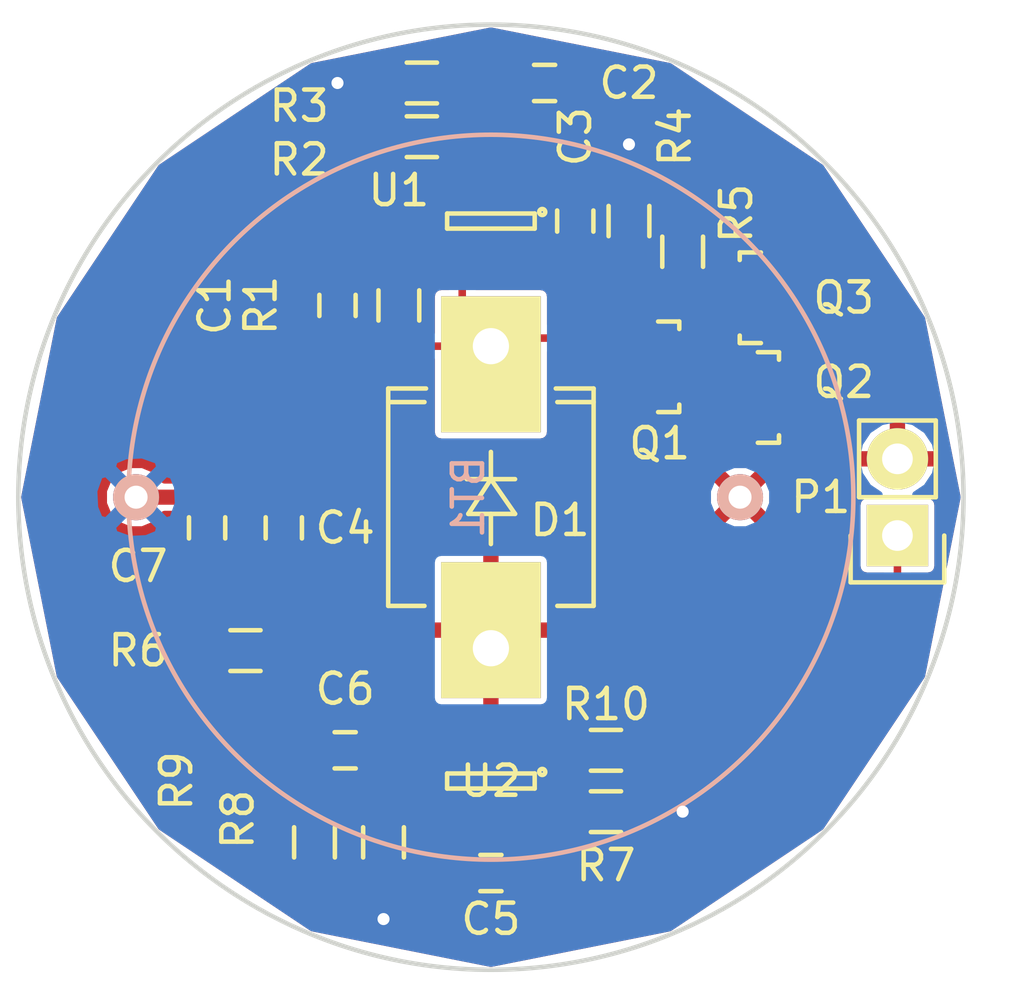
<source format=kicad_pcb>
(kicad_pcb (version 4) (host pcbnew 4.0.2-stable)

  (general
    (links 45)
    (no_connects 0)
    (area 125.984 82.827 160.048429 115.824001)
    (thickness 1.6)
    (drawings 1)
    (tracks 74)
    (zones 0)
    (modules 25)
    (nets 15)
  )

  (page A4)
  (layers
    (0 F.Cu signal)
    (31 B.Cu signal)
    (32 B.Adhes user)
    (33 F.Adhes user)
    (34 B.Paste user)
    (35 F.Paste user)
    (36 B.SilkS user)
    (37 F.SilkS user)
    (38 B.Mask user)
    (39 F.Mask user)
    (40 Dwgs.User user)
    (41 Cmts.User user)
    (42 Eco1.User user)
    (43 Eco2.User user)
    (44 Edge.Cuts user)
    (45 Margin user)
    (46 B.CrtYd user)
    (47 F.CrtYd user)
    (48 B.Fab user)
    (49 F.Fab user)
  )

  (setup
    (last_trace_width 0.25)
    (user_trace_width 0.5)
    (trace_clearance 0.2)
    (zone_clearance 0.02)
    (zone_45_only no)
    (trace_min 0.2)
    (segment_width 0.2)
    (edge_width 0.15)
    (via_size 0.6)
    (via_drill 0.4)
    (via_min_size 0.4)
    (via_min_drill 0.3)
    (uvia_size 0.3)
    (uvia_drill 0.1)
    (uvias_allowed no)
    (uvia_min_size 0.2)
    (uvia_min_drill 0.1)
    (pcb_text_width 0.3)
    (pcb_text_size 1.5 1.5)
    (mod_edge_width 0.15)
    (mod_text_size 1 1)
    (mod_text_width 0.15)
    (pad_size 1.524 1.524)
    (pad_drill 0.762)
    (pad_to_mask_clearance 0.2)
    (aux_axis_origin 0 0)
    (visible_elements FFFEFF7F)
    (pcbplotparams
      (layerselection 0x010f0_80000001)
      (usegerberextensions false)
      (excludeedgelayer true)
      (linewidth 0.100000)
      (plotframeref false)
      (viasonmask false)
      (mode 1)
      (useauxorigin false)
      (hpglpennumber 1)
      (hpglpenspeed 20)
      (hpglpendiameter 15)
      (hpglpenoverlay 2)
      (psnegative false)
      (psa4output false)
      (plotreference true)
      (plotvalue false)
      (plotinvisibletext false)
      (padsonsilk false)
      (subtractmaskfromsilk false)
      (outputformat 1)
      (mirror false)
      (drillshape 0)
      (scaleselection 1)
      (outputdirectory Gerber/))
  )

  (net 0 "")
  (net 1 "Net-(C1-Pad1)")
  (net 2 "Net-(C1-Pad2)")
  (net 3 "Net-(C2-Pad1)")
  (net 4 GND)
  (net 5 "Net-(C3-Pad2)")
  (net 6 "Net-(C4-Pad1)")
  (net 7 "Net-(C5-Pad2)")
  (net 8 "Net-(C6-Pad1)")
  (net 9 +5V)
  (net 10 "Net-(Q1-Pad3)")
  (net 11 "Net-(R10-Pad1)")
  (net 12 "Net-(P1-Pad1)")
  (net 13 "Net-(Q2-Pad3)")
  (net 14 "Net-(Q3-Pad3)")

  (net_class Default "This is the default net class."
    (clearance 0.2)
    (trace_width 0.25)
    (via_dia 0.6)
    (via_drill 0.4)
    (uvia_dia 0.3)
    (uvia_drill 0.1)
    (add_net +5V)
    (add_net GND)
    (add_net "Net-(C1-Pad1)")
    (add_net "Net-(C1-Pad2)")
    (add_net "Net-(C2-Pad1)")
    (add_net "Net-(C3-Pad2)")
    (add_net "Net-(C4-Pad1)")
    (add_net "Net-(C5-Pad2)")
    (add_net "Net-(C6-Pad1)")
    (add_net "Net-(P1-Pad1)")
    (add_net "Net-(Q1-Pad3)")
    (add_net "Net-(Q2-Pad3)")
    (add_net "Net-(Q3-Pad3)")
    (add_net "Net-(R10-Pad1)")
  )

  (module Capacitors_SMD:C_0603_HandSoldering (layer F.Cu) (tedit 57166EB9) (tstamp 5710DD30)
    (at 137.16 93.218 270)
    (descr "Capacitor SMD 0603, hand soldering")
    (tags "capacitor 0603")
    (path /5702C80E)
    (attr smd)
    (fp_text reference C1 (at 0 4.064 270) (layer F.SilkS)
      (effects (font (size 1 1) (thickness 0.15)))
    )
    (fp_text value 2.2pF (at 0 1.9 270) (layer F.Fab)
      (effects (font (size 1 1) (thickness 0.15)))
    )
    (fp_line (start -1.85 -0.75) (end 1.85 -0.75) (layer F.CrtYd) (width 0.05))
    (fp_line (start -1.85 0.75) (end 1.85 0.75) (layer F.CrtYd) (width 0.05))
    (fp_line (start -1.85 -0.75) (end -1.85 0.75) (layer F.CrtYd) (width 0.05))
    (fp_line (start 1.85 -0.75) (end 1.85 0.75) (layer F.CrtYd) (width 0.05))
    (fp_line (start -0.35 -0.6) (end 0.35 -0.6) (layer F.SilkS) (width 0.15))
    (fp_line (start 0.35 0.6) (end -0.35 0.6) (layer F.SilkS) (width 0.15))
    (pad 1 smd rect (at -0.95 0 270) (size 1.2 0.75) (layers F.Cu F.Paste F.Mask)
      (net 1 "Net-(C1-Pad1)"))
    (pad 2 smd rect (at 0.95 0 270) (size 1.2 0.75) (layers F.Cu F.Paste F.Mask)
      (net 2 "Net-(C1-Pad2)"))
    (model Capacitors_SMD.3dshapes/C_0603_HandSoldering.wrl
      (at (xyz 0 0 0))
      (scale (xyz 1 1 1))
      (rotate (xyz 0 0 0))
    )
  )

  (module Capacitors_SMD:C_0603_HandSoldering (layer F.Cu) (tedit 571675E3) (tstamp 5710DD3C)
    (at 144.018 85.852)
    (descr "Capacitor SMD 0603, hand soldering")
    (tags "capacitor 0603")
    (path /5702C73B)
    (attr smd)
    (fp_text reference C2 (at 2.794 0 180) (layer F.SilkS)
      (effects (font (size 1 1) (thickness 0.15)))
    )
    (fp_text value 0.1uF (at 0 1.9) (layer F.Fab)
      (effects (font (size 1 1) (thickness 0.15)))
    )
    (fp_line (start -1.85 -0.75) (end 1.85 -0.75) (layer F.CrtYd) (width 0.05))
    (fp_line (start -1.85 0.75) (end 1.85 0.75) (layer F.CrtYd) (width 0.05))
    (fp_line (start -1.85 -0.75) (end -1.85 0.75) (layer F.CrtYd) (width 0.05))
    (fp_line (start 1.85 -0.75) (end 1.85 0.75) (layer F.CrtYd) (width 0.05))
    (fp_line (start -0.35 -0.6) (end 0.35 -0.6) (layer F.SilkS) (width 0.15))
    (fp_line (start 0.35 0.6) (end -0.35 0.6) (layer F.SilkS) (width 0.15))
    (pad 1 smd rect (at -0.95 0) (size 1.2 0.75) (layers F.Cu F.Paste F.Mask)
      (net 3 "Net-(C2-Pad1)"))
    (pad 2 smd rect (at 0.95 0) (size 1.2 0.75) (layers F.Cu F.Paste F.Mask)
      (net 4 GND))
    (model Capacitors_SMD.3dshapes/C_0603_HandSoldering.wrl
      (at (xyz 0 0 0))
      (scale (xyz 1 1 1))
      (rotate (xyz 0 0 0))
    )
  )

  (module Capacitors_SMD:C_0603_HandSoldering (layer F.Cu) (tedit 571675E8) (tstamp 5710DD48)
    (at 145.034 90.424 270)
    (descr "Capacitor SMD 0603, hand soldering")
    (tags "capacitor 0603")
    (path /5702CB7B)
    (attr smd)
    (fp_text reference C3 (at -2.794 0 450) (layer F.SilkS)
      (effects (font (size 1 1) (thickness 0.15)))
    )
    (fp_text value 0.1uF (at 0 1.9 270) (layer F.Fab)
      (effects (font (size 1 1) (thickness 0.15)))
    )
    (fp_line (start -1.85 -0.75) (end 1.85 -0.75) (layer F.CrtYd) (width 0.05))
    (fp_line (start -1.85 0.75) (end 1.85 0.75) (layer F.CrtYd) (width 0.05))
    (fp_line (start -1.85 -0.75) (end -1.85 0.75) (layer F.CrtYd) (width 0.05))
    (fp_line (start 1.85 -0.75) (end 1.85 0.75) (layer F.CrtYd) (width 0.05))
    (fp_line (start -0.35 -0.6) (end 0.35 -0.6) (layer F.SilkS) (width 0.15))
    (fp_line (start 0.35 0.6) (end -0.35 0.6) (layer F.SilkS) (width 0.15))
    (pad 1 smd rect (at -0.95 0 270) (size 1.2 0.75) (layers F.Cu F.Paste F.Mask)
      (net 4 GND))
    (pad 2 smd rect (at 0.95 0 270) (size 1.2 0.75) (layers F.Cu F.Paste F.Mask)
      (net 5 "Net-(C3-Pad2)"))
    (model Capacitors_SMD.3dshapes/C_0603_HandSoldering.wrl
      (at (xyz 0 0 0))
      (scale (xyz 1 1 1))
      (rotate (xyz 0 0 0))
    )
  )

  (module Capacitors_SMD:C_0603_HandSoldering (layer F.Cu) (tedit 572A1FC6) (tstamp 5710DD54)
    (at 135.382 100.584 90)
    (descr "Capacitor SMD 0603, hand soldering")
    (tags "capacitor 0603")
    (path /571038BD)
    (attr smd)
    (fp_text reference C4 (at 0 2.032 180) (layer F.SilkS)
      (effects (font (size 1 1) (thickness 0.15)))
    )
    (fp_text value 0.1uF (at 0 1.9 90) (layer F.Fab)
      (effects (font (size 1 1) (thickness 0.15)))
    )
    (fp_line (start -1.85 -0.75) (end 1.85 -0.75) (layer F.CrtYd) (width 0.05))
    (fp_line (start -1.85 0.75) (end 1.85 0.75) (layer F.CrtYd) (width 0.05))
    (fp_line (start -1.85 -0.75) (end -1.85 0.75) (layer F.CrtYd) (width 0.05))
    (fp_line (start 1.85 -0.75) (end 1.85 0.75) (layer F.CrtYd) (width 0.05))
    (fp_line (start -0.35 -0.6) (end 0.35 -0.6) (layer F.SilkS) (width 0.15))
    (fp_line (start 0.35 0.6) (end -0.35 0.6) (layer F.SilkS) (width 0.15))
    (pad 1 smd rect (at -0.95 0 90) (size 1.2 0.75) (layers F.Cu F.Paste F.Mask)
      (net 6 "Net-(C4-Pad1)"))
    (pad 2 smd rect (at 0.95 0 90) (size 1.2 0.75) (layers F.Cu F.Paste F.Mask)
      (net 1 "Net-(C1-Pad1)"))
    (model Capacitors_SMD.3dshapes/C_0603_HandSoldering.wrl
      (at (xyz 0 0 0))
      (scale (xyz 1 1 1))
      (rotate (xyz 0 0 0))
    )
  )

  (module Capacitors_SMD:C_0603_HandSoldering (layer F.Cu) (tedit 57167B0C) (tstamp 5710DD60)
    (at 142.24 112.014)
    (descr "Capacitor SMD 0603, hand soldering")
    (tags "capacitor 0603")
    (path /5702E61F)
    (attr smd)
    (fp_text reference C5 (at 0 1.524 180) (layer F.SilkS)
      (effects (font (size 1 1) (thickness 0.15)))
    )
    (fp_text value 0.1uF (at 0 1.9) (layer F.Fab)
      (effects (font (size 1 1) (thickness 0.15)))
    )
    (fp_line (start -1.85 -0.75) (end 1.85 -0.75) (layer F.CrtYd) (width 0.05))
    (fp_line (start -1.85 0.75) (end 1.85 0.75) (layer F.CrtYd) (width 0.05))
    (fp_line (start -1.85 -0.75) (end -1.85 0.75) (layer F.CrtYd) (width 0.05))
    (fp_line (start 1.85 -0.75) (end 1.85 0.75) (layer F.CrtYd) (width 0.05))
    (fp_line (start -0.35 -0.6) (end 0.35 -0.6) (layer F.SilkS) (width 0.15))
    (fp_line (start 0.35 0.6) (end -0.35 0.6) (layer F.SilkS) (width 0.15))
    (pad 1 smd rect (at -0.95 0) (size 1.2 0.75) (layers F.Cu F.Paste F.Mask)
      (net 4 GND))
    (pad 2 smd rect (at 0.95 0) (size 1.2 0.75) (layers F.Cu F.Paste F.Mask)
      (net 7 "Net-(C5-Pad2)"))
    (model Capacitors_SMD.3dshapes/C_0603_HandSoldering.wrl
      (at (xyz 0 0 0))
      (scale (xyz 1 1 1))
      (rotate (xyz 0 0 0))
    )
  )

  (module Capacitors_SMD:C_0603_HandSoldering (layer F.Cu) (tedit 572A1FC0) (tstamp 5710DD6C)
    (at 137.414 107.95)
    (descr "Capacitor SMD 0603, hand soldering")
    (tags "capacitor 0603")
    (path /5702CAD4)
    (attr smd)
    (fp_text reference C6 (at 0 -2.032) (layer F.SilkS)
      (effects (font (size 1 1) (thickness 0.15)))
    )
    (fp_text value 0.1uF (at 0 1.9) (layer F.Fab)
      (effects (font (size 1 1) (thickness 0.15)))
    )
    (fp_line (start -1.85 -0.75) (end 1.85 -0.75) (layer F.CrtYd) (width 0.05))
    (fp_line (start -1.85 0.75) (end 1.85 0.75) (layer F.CrtYd) (width 0.05))
    (fp_line (start -1.85 -0.75) (end -1.85 0.75) (layer F.CrtYd) (width 0.05))
    (fp_line (start 1.85 -0.75) (end 1.85 0.75) (layer F.CrtYd) (width 0.05))
    (fp_line (start -0.35 -0.6) (end 0.35 -0.6) (layer F.SilkS) (width 0.15))
    (fp_line (start 0.35 0.6) (end -0.35 0.6) (layer F.SilkS) (width 0.15))
    (pad 1 smd rect (at -0.95 0) (size 1.2 0.75) (layers F.Cu F.Paste F.Mask)
      (net 8 "Net-(C6-Pad1)"))
    (pad 2 smd rect (at 0.95 0) (size 1.2 0.75) (layers F.Cu F.Paste F.Mask)
      (net 4 GND))
    (model Capacitors_SMD.3dshapes/C_0603_HandSoldering.wrl
      (at (xyz 0 0 0))
      (scale (xyz 1 1 1))
      (rotate (xyz 0 0 0))
    )
  )

  (module Capacitors_SMD:C_0603_HandSoldering (layer F.Cu) (tedit 5711C2DF) (tstamp 5710DD78)
    (at 132.842 100.584 270)
    (descr "Capacitor SMD 0603, hand soldering")
    (tags "capacitor 0603")
    (path /5702FF22)
    (attr smd)
    (fp_text reference C7 (at 1.27 2.286 360) (layer F.SilkS)
      (effects (font (size 1 1) (thickness 0.15)))
    )
    (fp_text value 10uF (at 0 1.9 270) (layer F.Fab)
      (effects (font (size 1 1) (thickness 0.15)))
    )
    (fp_line (start -1.85 -0.75) (end 1.85 -0.75) (layer F.CrtYd) (width 0.05))
    (fp_line (start -1.85 0.75) (end 1.85 0.75) (layer F.CrtYd) (width 0.05))
    (fp_line (start -1.85 -0.75) (end -1.85 0.75) (layer F.CrtYd) (width 0.05))
    (fp_line (start 1.85 -0.75) (end 1.85 0.75) (layer F.CrtYd) (width 0.05))
    (fp_line (start -0.35 -0.6) (end 0.35 -0.6) (layer F.SilkS) (width 0.15))
    (fp_line (start 0.35 0.6) (end -0.35 0.6) (layer F.SilkS) (width 0.15))
    (pad 1 smd rect (at -0.95 0 270) (size 1.2 0.75) (layers F.Cu F.Paste F.Mask)
      (net 9 +5V))
    (pad 2 smd rect (at 0.95 0 270) (size 1.2 0.75) (layers F.Cu F.Paste F.Mask)
      (net 4 GND))
    (model Capacitors_SMD.3dshapes/C_0603_HandSoldering.wrl
      (at (xyz 0 0 0))
      (scale (xyz 1 1 1))
      (rotate (xyz 0 0 0))
    )
  )

  (module Diodes_SMD:SMC-RM10_Universal_Handsoldering (layer F.Cu) (tedit 57110E26) (tstamp 5710DD8F)
    (at 142.24 99.568 270)
    (descr "Diode, Universal, SMC, RM10, Handsoldering, SMD, Thruhole,")
    (tags "Diode Universal SMC RM10 Handsoldering SMD Thruhole ")
    (path /5702BB6B)
    (fp_text reference D1 (at 0.762 -2.286 360) (layer F.SilkS)
      (effects (font (size 1 1) (thickness 0.15)))
    )
    (fp_text value PD70-01C/TR7 (at 0 5.08 270) (layer F.Fab)
      (effects (font (size 1 1) (thickness 0.15)))
    )
    (fp_circle (center 0.05 0) (end -0.7501 -0.09906) (layer F.Adhes) (width 0.381))
    (fp_circle (center 0.05 0) (end -0.45038 0) (layer F.Adhes) (width 0.381))
    (fp_circle (center 0.05 0) (end -0.09986 0) (layer F.Adhes) (width 0.381))
    (fp_line (start -0.5977 0) (end -1.4994 0) (layer F.SilkS) (width 0.15))
    (fp_line (start 0.55292 0) (end 1.55114 0) (layer F.SilkS) (width 0.15))
    (fp_line (start -3.14946 3.40106) (end -3.14946 2.19964) (layer F.SilkS) (width 0.15))
    (fp_line (start -3.14946 -3.40106) (end -3.14946 -2.19964) (layer F.SilkS) (width 0.15))
    (fp_line (start 3.59918 3.40106) (end 3.59918 2.19964) (layer F.SilkS) (width 0.15))
    (fp_line (start 3.59918 -3.40106) (end 3.59918 -2.19964) (layer F.SilkS) (width 0.15))
    (fp_line (start -3.59918 3.40106) (end -3.59918 2.14884) (layer F.SilkS) (width 0.15))
    (fp_line (start -3.59918 -3.40106) (end -3.59918 -2.14884) (layer F.SilkS) (width 0.15))
    (fp_line (start -0.5977 -0.8001) (end -0.5977 0.8001) (layer F.SilkS) (width 0.15))
    (fp_line (start 0.55292 0.7493) (end 0.55292 -0.8001) (layer F.SilkS) (width 0.15))
    (fp_line (start -0.5977 0) (end 0.55292 0.7493) (layer F.SilkS) (width 0.15))
    (fp_line (start -0.5977 0) (end 0.55292 -0.8001) (layer F.SilkS) (width 0.15))
    (fp_line (start -3.59918 3.40106) (end 3.59918 3.40106) (layer F.SilkS) (width 0.15))
    (fp_line (start -3.59918 -3.40106) (end 3.59918 -3.40106) (layer F.SilkS) (width 0.15))
    (pad 1 thru_hole rect (at -5.00126 0 270) (size 4.50088 3.29946) (drill 1.19888 (offset 0.59944 0)) (layers *.Cu *.Mask F.SilkS)
      (net 2 "Net-(C1-Pad2)"))
    (pad 2 thru_hole rect (at 5.00126 0 90) (size 4.50088 3.29946) (drill 1.19888 (offset 0.59944 0)) (layers *.Cu *.Mask F.SilkS)
      (net 4 GND))
    (model Diodes_SMD.3dshapes/SMC-RM10_Universal_Handsoldering.wrl
      (at (xyz 0 0 0))
      (scale (xyz 0.3937 0.3937 0.3937))
      (rotate (xyz 0 0 180))
    )
  )

  (module TO_SOT_Packages_SMD:SOT-23 (layer F.Cu) (tedit 571679C0) (tstamp 5710DDE5)
    (at 147.828 95.25 270)
    (descr "SOT-23, Standard")
    (tags SOT-23)
    (path /570FEF1C)
    (attr smd)
    (fp_text reference Q1 (at 2.54 0 360) (layer F.SilkS)
      (effects (font (size 1 1) (thickness 0.15)))
    )
    (fp_text value MMBF4117 (at 0 2.3 270) (layer F.Fab)
      (effects (font (size 1 1) (thickness 0.15)))
    )
    (fp_line (start -1.65 -1.6) (end 1.65 -1.6) (layer F.CrtYd) (width 0.05))
    (fp_line (start 1.65 -1.6) (end 1.65 1.6) (layer F.CrtYd) (width 0.05))
    (fp_line (start 1.65 1.6) (end -1.65 1.6) (layer F.CrtYd) (width 0.05))
    (fp_line (start -1.65 1.6) (end -1.65 -1.6) (layer F.CrtYd) (width 0.05))
    (fp_line (start 1.29916 -0.65024) (end 1.2509 -0.65024) (layer F.SilkS) (width 0.15))
    (fp_line (start -1.49982 0.0508) (end -1.49982 -0.65024) (layer F.SilkS) (width 0.15))
    (fp_line (start -1.49982 -0.65024) (end -1.2509 -0.65024) (layer F.SilkS) (width 0.15))
    (fp_line (start 1.29916 -0.65024) (end 1.49982 -0.65024) (layer F.SilkS) (width 0.15))
    (fp_line (start 1.49982 -0.65024) (end 1.49982 0.0508) (layer F.SilkS) (width 0.15))
    (pad 1 smd rect (at -0.95 1.00076 270) (size 0.8001 0.8001) (layers F.Cu F.Paste F.Mask)
      (net 2 "Net-(C1-Pad2)"))
    (pad 2 smd rect (at 0.95 1.00076 270) (size 0.8001 0.8001) (layers F.Cu F.Paste F.Mask)
      (net 2 "Net-(C1-Pad2)"))
    (pad 3 smd rect (at 0 -0.99822 270) (size 0.8001 0.8001) (layers F.Cu F.Paste F.Mask)
      (net 10 "Net-(Q1-Pad3)"))
    (model TO_SOT_Packages_SMD.3dshapes/SOT-23.wrl
      (at (xyz 0 0 0))
      (scale (xyz 1 1 1))
      (rotate (xyz 0 0 0))
    )
  )

  (module Resistors_SMD:R_0603_HandSoldering (layer F.Cu) (tedit 57166EBE) (tstamp 5710DDF1)
    (at 139.192 93.218 270)
    (descr "Resistor SMD 0603, hand soldering")
    (tags "resistor 0603")
    (path /5702C06F)
    (attr smd)
    (fp_text reference R1 (at 0 4.572 270) (layer F.SilkS)
      (effects (font (size 1 1) (thickness 0.15)))
    )
    (fp_text value 10M (at 0 1.9 270) (layer F.Fab)
      (effects (font (size 1 1) (thickness 0.15)))
    )
    (fp_line (start -2 -0.8) (end 2 -0.8) (layer F.CrtYd) (width 0.05))
    (fp_line (start -2 0.8) (end 2 0.8) (layer F.CrtYd) (width 0.05))
    (fp_line (start -2 -0.8) (end -2 0.8) (layer F.CrtYd) (width 0.05))
    (fp_line (start 2 -0.8) (end 2 0.8) (layer F.CrtYd) (width 0.05))
    (fp_line (start 0.5 0.675) (end -0.5 0.675) (layer F.SilkS) (width 0.15))
    (fp_line (start -0.5 -0.675) (end 0.5 -0.675) (layer F.SilkS) (width 0.15))
    (pad 1 smd rect (at -1.1 0 270) (size 1.2 0.9) (layers F.Cu F.Paste F.Mask)
      (net 1 "Net-(C1-Pad1)"))
    (pad 2 smd rect (at 1.1 0 270) (size 1.2 0.9) (layers F.Cu F.Paste F.Mask)
      (net 2 "Net-(C1-Pad2)"))
    (model Resistors_SMD.3dshapes/R_0603_HandSoldering.wrl
      (at (xyz 0 0 0))
      (scale (xyz 1 1 1))
      (rotate (xyz 0 0 0))
    )
  )

  (module Resistors_SMD:R_0603_HandSoldering (layer F.Cu) (tedit 57166EB3) (tstamp 5710DDFD)
    (at 139.954 87.63)
    (descr "Resistor SMD 0603, hand soldering")
    (tags "resistor 0603")
    (path /5702C213)
    (attr smd)
    (fp_text reference R2 (at -4.064 0.762 180) (layer F.SilkS)
      (effects (font (size 1 1) (thickness 0.15)))
    )
    (fp_text value 22k (at 0 1.9) (layer F.Fab)
      (effects (font (size 1 1) (thickness 0.15)))
    )
    (fp_line (start -2 -0.8) (end 2 -0.8) (layer F.CrtYd) (width 0.05))
    (fp_line (start -2 0.8) (end 2 0.8) (layer F.CrtYd) (width 0.05))
    (fp_line (start -2 -0.8) (end -2 0.8) (layer F.CrtYd) (width 0.05))
    (fp_line (start 2 -0.8) (end 2 0.8) (layer F.CrtYd) (width 0.05))
    (fp_line (start 0.5 0.675) (end -0.5 0.675) (layer F.SilkS) (width 0.15))
    (fp_line (start -0.5 -0.675) (end 0.5 -0.675) (layer F.SilkS) (width 0.15))
    (pad 1 smd rect (at -1.1 0) (size 1.2 0.9) (layers F.Cu F.Paste F.Mask)
      (net 4 GND))
    (pad 2 smd rect (at 1.1 0) (size 1.2 0.9) (layers F.Cu F.Paste F.Mask)
      (net 3 "Net-(C2-Pad1)"))
    (model Resistors_SMD.3dshapes/R_0603_HandSoldering.wrl
      (at (xyz 0 0 0))
      (scale (xyz 1 1 1))
      (rotate (xyz 0 0 0))
    )
  )

  (module Resistors_SMD:R_0603_HandSoldering (layer F.Cu) (tedit 57166EA9) (tstamp 5710DE09)
    (at 139.954 85.852 180)
    (descr "Resistor SMD 0603, hand soldering")
    (tags "resistor 0603")
    (path /5702C28B)
    (attr smd)
    (fp_text reference R3 (at 4.064 -0.762 360) (layer F.SilkS)
      (effects (font (size 1 1) (thickness 0.15)))
    )
    (fp_text value 330k (at 0 1.9 180) (layer F.Fab)
      (effects (font (size 1 1) (thickness 0.15)))
    )
    (fp_line (start -2 -0.8) (end 2 -0.8) (layer F.CrtYd) (width 0.05))
    (fp_line (start -2 0.8) (end 2 0.8) (layer F.CrtYd) (width 0.05))
    (fp_line (start -2 -0.8) (end -2 0.8) (layer F.CrtYd) (width 0.05))
    (fp_line (start 2 -0.8) (end 2 0.8) (layer F.CrtYd) (width 0.05))
    (fp_line (start 0.5 0.675) (end -0.5 0.675) (layer F.SilkS) (width 0.15))
    (fp_line (start -0.5 -0.675) (end 0.5 -0.675) (layer F.SilkS) (width 0.15))
    (pad 1 smd rect (at -1.1 0 180) (size 1.2 0.9) (layers F.Cu F.Paste F.Mask)
      (net 3 "Net-(C2-Pad1)"))
    (pad 2 smd rect (at 1.1 0 180) (size 1.2 0.9) (layers F.Cu F.Paste F.Mask)
      (net 9 +5V))
    (model Resistors_SMD.3dshapes/R_0603_HandSoldering.wrl
      (at (xyz 0 0 0))
      (scale (xyz 1 1 1))
      (rotate (xyz 0 0 0))
    )
  )

  (module Resistors_SMD:R_0603_HandSoldering (layer F.Cu) (tedit 57167A80) (tstamp 5710DE15)
    (at 146.812 90.424 90)
    (descr "Resistor SMD 0603, hand soldering")
    (tags "resistor 0603")
    (path /5702C6C4)
    (attr smd)
    (fp_text reference R4 (at 2.794 1.524 270) (layer F.SilkS)
      (effects (font (size 1 1) (thickness 0.15)))
    )
    (fp_text value 10 (at 0 1.9 90) (layer F.Fab)
      (effects (font (size 1 1) (thickness 0.15)))
    )
    (fp_line (start -2 -0.8) (end 2 -0.8) (layer F.CrtYd) (width 0.05))
    (fp_line (start -2 0.8) (end 2 0.8) (layer F.CrtYd) (width 0.05))
    (fp_line (start -2 -0.8) (end -2 0.8) (layer F.CrtYd) (width 0.05))
    (fp_line (start 2 -0.8) (end 2 0.8) (layer F.CrtYd) (width 0.05))
    (fp_line (start 0.5 0.675) (end -0.5 0.675) (layer F.SilkS) (width 0.15))
    (fp_line (start -0.5 -0.675) (end 0.5 -0.675) (layer F.SilkS) (width 0.15))
    (pad 1 smd rect (at -1.1 0 90) (size 1.2 0.9) (layers F.Cu F.Paste F.Mask)
      (net 5 "Net-(C3-Pad2)"))
    (pad 2 smd rect (at 1.1 0 90) (size 1.2 0.9) (layers F.Cu F.Paste F.Mask)
      (net 9 +5V))
    (model Resistors_SMD.3dshapes/R_0603_HandSoldering.wrl
      (at (xyz 0 0 0))
      (scale (xyz 1 1 1))
      (rotate (xyz 0 0 0))
    )
  )

  (module Resistors_SMD:R_0603_HandSoldering (layer F.Cu) (tedit 571679F1) (tstamp 5710DE21)
    (at 148.59 91.44 90)
    (descr "Resistor SMD 0603, hand soldering")
    (tags "resistor 0603")
    (path /570FF62F)
    (attr smd)
    (fp_text reference R5 (at 1.27 1.778 270) (layer F.SilkS)
      (effects (font (size 1 1) (thickness 0.15)))
    )
    (fp_text value 100 (at 0 1.9 90) (layer F.Fab)
      (effects (font (size 1 1) (thickness 0.15)))
    )
    (fp_line (start -2 -0.8) (end 2 -0.8) (layer F.CrtYd) (width 0.05))
    (fp_line (start -2 0.8) (end 2 0.8) (layer F.CrtYd) (width 0.05))
    (fp_line (start -2 -0.8) (end -2 0.8) (layer F.CrtYd) (width 0.05))
    (fp_line (start 2 -0.8) (end 2 0.8) (layer F.CrtYd) (width 0.05))
    (fp_line (start 0.5 0.675) (end -0.5 0.675) (layer F.SilkS) (width 0.15))
    (fp_line (start -0.5 -0.675) (end 0.5 -0.675) (layer F.SilkS) (width 0.15))
    (pad 1 smd rect (at -1.1 0 90) (size 1.2 0.9) (layers F.Cu F.Paste F.Mask)
      (net 14 "Net-(Q3-Pad3)"))
    (pad 2 smd rect (at 1.1 0 90) (size 1.2 0.9) (layers F.Cu F.Paste F.Mask)
      (net 1 "Net-(C1-Pad1)"))
    (model Resistors_SMD.3dshapes/R_0603_HandSoldering.wrl
      (at (xyz 0 0 0))
      (scale (xyz 1 1 1))
      (rotate (xyz 0 0 0))
    )
  )

  (module Resistors_SMD:R_0603_HandSoldering (layer F.Cu) (tedit 572B637F) (tstamp 5710DE2D)
    (at 134.112 104.648)
    (descr "Resistor SMD 0603, hand soldering")
    (tags "resistor 0603")
    (path /571040B6)
    (attr smd)
    (fp_text reference R6 (at -3.556 0) (layer F.SilkS)
      (effects (font (size 1 1) (thickness 0.15)))
    )
    (fp_text value 10k (at 0 1.9) (layer F.Fab)
      (effects (font (size 1 1) (thickness 0.15)))
    )
    (fp_line (start -2 -0.8) (end 2 -0.8) (layer F.CrtYd) (width 0.05))
    (fp_line (start -2 0.8) (end 2 0.8) (layer F.CrtYd) (width 0.05))
    (fp_line (start -2 -0.8) (end -2 0.8) (layer F.CrtYd) (width 0.05))
    (fp_line (start 2 -0.8) (end 2 0.8) (layer F.CrtYd) (width 0.05))
    (fp_line (start 0.5 0.675) (end -0.5 0.675) (layer F.SilkS) (width 0.15))
    (fp_line (start -0.5 -0.675) (end 0.5 -0.675) (layer F.SilkS) (width 0.15))
    (pad 1 smd rect (at -1.1 0) (size 1.2 0.9) (layers F.Cu F.Paste F.Mask)
      (net 4 GND))
    (pad 2 smd rect (at 1.1 0) (size 1.2 0.9) (layers F.Cu F.Paste F.Mask)
      (net 6 "Net-(C4-Pad1)"))
    (model Resistors_SMD.3dshapes/R_0603_HandSoldering.wrl
      (at (xyz 0 0 0))
      (scale (xyz 1 1 1))
      (rotate (xyz 0 0 0))
    )
  )

  (module Resistors_SMD:R_0603_HandSoldering (layer F.Cu) (tedit 572B647F) (tstamp 5710DE39)
    (at 146.05 109.982)
    (descr "Resistor SMD 0603, hand soldering")
    (tags "resistor 0603")
    (path /57104999)
    (attr smd)
    (fp_text reference R7 (at 0 1.778 180) (layer F.SilkS)
      (effects (font (size 1 1) (thickness 0.15)))
    )
    (fp_text value 10 (at 0 1.9) (layer F.Fab)
      (effects (font (size 1 1) (thickness 0.15)))
    )
    (fp_line (start -2 -0.8) (end 2 -0.8) (layer F.CrtYd) (width 0.05))
    (fp_line (start -2 0.8) (end 2 0.8) (layer F.CrtYd) (width 0.05))
    (fp_line (start -2 -0.8) (end -2 0.8) (layer F.CrtYd) (width 0.05))
    (fp_line (start 2 -0.8) (end 2 0.8) (layer F.CrtYd) (width 0.05))
    (fp_line (start 0.5 0.675) (end -0.5 0.675) (layer F.SilkS) (width 0.15))
    (fp_line (start -0.5 -0.675) (end 0.5 -0.675) (layer F.SilkS) (width 0.15))
    (pad 1 smd rect (at -1.1 0) (size 1.2 0.9) (layers F.Cu F.Paste F.Mask)
      (net 7 "Net-(C5-Pad2)"))
    (pad 2 smd rect (at 1.1 0) (size 1.2 0.9) (layers F.Cu F.Paste F.Mask)
      (net 9 +5V))
    (model Resistors_SMD.3dshapes/R_0603_HandSoldering.wrl
      (at (xyz 0 0 0))
      (scale (xyz 1 1 1))
      (rotate (xyz 0 0 0))
    )
  )

  (module Resistors_SMD:R_0603_HandSoldering (layer F.Cu) (tedit 5710FFE6) (tstamp 5710DE45)
    (at 138.684 110.998 90)
    (descr "Resistor SMD 0603, hand soldering")
    (tags "resistor 0603")
    (path /5702C2EF)
    (attr smd)
    (fp_text reference R8 (at 0.762 -4.826 90) (layer F.SilkS)
      (effects (font (size 1 1) (thickness 0.15)))
    )
    (fp_text value 680k (at 0 1.9 90) (layer F.Fab)
      (effects (font (size 1 1) (thickness 0.15)))
    )
    (fp_line (start -2 -0.8) (end 2 -0.8) (layer F.CrtYd) (width 0.05))
    (fp_line (start -2 0.8) (end 2 0.8) (layer F.CrtYd) (width 0.05))
    (fp_line (start -2 -0.8) (end -2 0.8) (layer F.CrtYd) (width 0.05))
    (fp_line (start 2 -0.8) (end 2 0.8) (layer F.CrtYd) (width 0.05))
    (fp_line (start 0.5 0.675) (end -0.5 0.675) (layer F.SilkS) (width 0.15))
    (fp_line (start -0.5 -0.675) (end 0.5 -0.675) (layer F.SilkS) (width 0.15))
    (pad 1 smd rect (at -1.1 0 90) (size 1.2 0.9) (layers F.Cu F.Paste F.Mask)
      (net 9 +5V))
    (pad 2 smd rect (at 1.1 0 90) (size 1.2 0.9) (layers F.Cu F.Paste F.Mask)
      (net 8 "Net-(C6-Pad1)"))
    (model Resistors_SMD.3dshapes/R_0603_HandSoldering.wrl
      (at (xyz 0 0 0))
      (scale (xyz 1 1 1))
      (rotate (xyz 0 0 0))
    )
  )

  (module Resistors_SMD:R_0603_HandSoldering (layer F.Cu) (tedit 5710FFE0) (tstamp 5710DE51)
    (at 136.398 110.998 90)
    (descr "Resistor SMD 0603, hand soldering")
    (tags "resistor 0603")
    (path /5702C395)
    (attr smd)
    (fp_text reference R9 (at 2.032 -4.572 270) (layer F.SilkS)
      (effects (font (size 1 1) (thickness 0.15)))
    )
    (fp_text value 10k (at 0 1.9 90) (layer F.Fab)
      (effects (font (size 1 1) (thickness 0.15)))
    )
    (fp_line (start -2 -0.8) (end 2 -0.8) (layer F.CrtYd) (width 0.05))
    (fp_line (start -2 0.8) (end 2 0.8) (layer F.CrtYd) (width 0.05))
    (fp_line (start -2 -0.8) (end -2 0.8) (layer F.CrtYd) (width 0.05))
    (fp_line (start 2 -0.8) (end 2 0.8) (layer F.CrtYd) (width 0.05))
    (fp_line (start 0.5 0.675) (end -0.5 0.675) (layer F.SilkS) (width 0.15))
    (fp_line (start -0.5 -0.675) (end 0.5 -0.675) (layer F.SilkS) (width 0.15))
    (pad 1 smd rect (at -1.1 0 90) (size 1.2 0.9) (layers F.Cu F.Paste F.Mask)
      (net 4 GND))
    (pad 2 smd rect (at 1.1 0 90) (size 1.2 0.9) (layers F.Cu F.Paste F.Mask)
      (net 8 "Net-(C6-Pad1)"))
    (model Resistors_SMD.3dshapes/R_0603_HandSoldering.wrl
      (at (xyz 0 0 0))
      (scale (xyz 1 1 1))
      (rotate (xyz 0 0 0))
    )
  )

  (module Resistors_SMD:R_0603_HandSoldering (layer F.Cu) (tedit 572B647A) (tstamp 5710DE5D)
    (at 146.05 107.95)
    (descr "Resistor SMD 0603, hand soldering")
    (tags "resistor 0603")
    (path /57111167)
    (attr smd)
    (fp_text reference R10 (at 0 -1.524) (layer F.SilkS)
      (effects (font (size 1 1) (thickness 0.15)))
    )
    (fp_text value 100 (at 0 1.9) (layer F.Fab)
      (effects (font (size 1 1) (thickness 0.15)))
    )
    (fp_line (start -2 -0.8) (end 2 -0.8) (layer F.CrtYd) (width 0.05))
    (fp_line (start -2 0.8) (end 2 0.8) (layer F.CrtYd) (width 0.05))
    (fp_line (start -2 -0.8) (end -2 0.8) (layer F.CrtYd) (width 0.05))
    (fp_line (start 2 -0.8) (end 2 0.8) (layer F.CrtYd) (width 0.05))
    (fp_line (start 0.5 0.675) (end -0.5 0.675) (layer F.SilkS) (width 0.15))
    (fp_line (start -0.5 -0.675) (end 0.5 -0.675) (layer F.SilkS) (width 0.15))
    (pad 1 smd rect (at -1.1 0) (size 1.2 0.9) (layers F.Cu F.Paste F.Mask)
      (net 11 "Net-(R10-Pad1)"))
    (pad 2 smd rect (at 1.1 0) (size 1.2 0.9) (layers F.Cu F.Paste F.Mask)
      (net 12 "Net-(P1-Pad1)"))
    (model Resistors_SMD.3dshapes/R_0603_HandSoldering.wrl
      (at (xyz 0 0 0))
      (scale (xyz 1 1 1))
      (rotate (xyz 0 0 0))
    )
  )

  (module TO_SOT_Packages_SMD:SOT-23-5 (layer F.Cu) (tedit 57166C77) (tstamp 5710DE6F)
    (at 142.24 90.424 270)
    (descr "5-pin SOT23 package")
    (tags SOT-23-5)
    (path /5702B9AC)
    (attr smd)
    (fp_text reference U1 (at -1.016 3.048 360) (layer F.SilkS)
      (effects (font (size 1 1) (thickness 0.15)))
    )
    (fp_text value TSV911ILT (at -0.05 2.35 270) (layer F.Fab)
      (effects (font (size 1 1) (thickness 0.15)))
    )
    (fp_line (start -1.8 -1.6) (end 1.8 -1.6) (layer F.CrtYd) (width 0.05))
    (fp_line (start 1.8 -1.6) (end 1.8 1.6) (layer F.CrtYd) (width 0.05))
    (fp_line (start 1.8 1.6) (end -1.8 1.6) (layer F.CrtYd) (width 0.05))
    (fp_line (start -1.8 1.6) (end -1.8 -1.6) (layer F.CrtYd) (width 0.05))
    (fp_circle (center -0.3 -1.7) (end -0.2 -1.7) (layer F.SilkS) (width 0.15))
    (fp_line (start 0.25 -1.45) (end -0.25 -1.45) (layer F.SilkS) (width 0.15))
    (fp_line (start 0.25 1.45) (end 0.25 -1.45) (layer F.SilkS) (width 0.15))
    (fp_line (start -0.25 1.45) (end 0.25 1.45) (layer F.SilkS) (width 0.15))
    (fp_line (start -0.25 -1.45) (end -0.25 1.45) (layer F.SilkS) (width 0.15))
    (pad 1 smd rect (at -1.1 -0.95 270) (size 1.06 0.65) (layers F.Cu F.Paste F.Mask)
      (net 1 "Net-(C1-Pad1)"))
    (pad 2 smd rect (at -1.1 0 270) (size 1.06 0.65) (layers F.Cu F.Paste F.Mask)
      (net 4 GND))
    (pad 3 smd rect (at -1.1 0.95 270) (size 1.06 0.65) (layers F.Cu F.Paste F.Mask)
      (net 3 "Net-(C2-Pad1)"))
    (pad 4 smd rect (at 1.1 0.95 270) (size 1.06 0.65) (layers F.Cu F.Paste F.Mask)
      (net 2 "Net-(C1-Pad2)"))
    (pad 5 smd rect (at 1.1 -0.95 270) (size 1.06 0.65) (layers F.Cu F.Paste F.Mask)
      (net 5 "Net-(C3-Pad2)"))
    (model TO_SOT_Packages_SMD.3dshapes/SOT-23-5.wrl
      (at (xyz 0 0 0))
      (scale (xyz 1 1 1))
      (rotate (xyz 0 0 0))
    )
  )

  (module TO_SOT_Packages_SMD:SOT-23-5 (layer F.Cu) (tedit 572B641C) (tstamp 5710DE81)
    (at 142.24 108.966 270)
    (descr "5-pin SOT23 package")
    (tags SOT-23-5)
    (path /5702BA7B)
    (attr smd)
    (fp_text reference U2 (at 0 0 360) (layer F.SilkS)
      (effects (font (size 1 1) (thickness 0.15)))
    )
    (fp_text value TLV3201 (at -0.05 2.35 270) (layer F.Fab)
      (effects (font (size 1 1) (thickness 0.15)))
    )
    (fp_line (start -1.8 -1.6) (end 1.8 -1.6) (layer F.CrtYd) (width 0.05))
    (fp_line (start 1.8 -1.6) (end 1.8 1.6) (layer F.CrtYd) (width 0.05))
    (fp_line (start 1.8 1.6) (end -1.8 1.6) (layer F.CrtYd) (width 0.05))
    (fp_line (start -1.8 1.6) (end -1.8 -1.6) (layer F.CrtYd) (width 0.05))
    (fp_circle (center -0.3 -1.7) (end -0.2 -1.7) (layer F.SilkS) (width 0.15))
    (fp_line (start 0.25 -1.45) (end -0.25 -1.45) (layer F.SilkS) (width 0.15))
    (fp_line (start 0.25 1.45) (end 0.25 -1.45) (layer F.SilkS) (width 0.15))
    (fp_line (start -0.25 1.45) (end 0.25 1.45) (layer F.SilkS) (width 0.15))
    (fp_line (start -0.25 -1.45) (end -0.25 1.45) (layer F.SilkS) (width 0.15))
    (pad 1 smd rect (at -1.1 -0.95 270) (size 1.06 0.65) (layers F.Cu F.Paste F.Mask)
      (net 11 "Net-(R10-Pad1)"))
    (pad 2 smd rect (at -1.1 0 270) (size 1.06 0.65) (layers F.Cu F.Paste F.Mask)
      (net 4 GND))
    (pad 3 smd rect (at -1.1 0.95 270) (size 1.06 0.65) (layers F.Cu F.Paste F.Mask)
      (net 6 "Net-(C4-Pad1)"))
    (pad 4 smd rect (at 1.1 0.95 270) (size 1.06 0.65) (layers F.Cu F.Paste F.Mask)
      (net 8 "Net-(C6-Pad1)"))
    (pad 5 smd rect (at 1.1 -0.95 270) (size 1.06 0.65) (layers F.Cu F.Paste F.Mask)
      (net 7 "Net-(C5-Pad2)"))
    (model TO_SOT_Packages_SMD.3dshapes/SOT-23-5.wrl
      (at (xyz 0 0 0))
      (scale (xyz 1 1 1))
      (rotate (xyz 0 0 0))
    )
  )

  (module "CR2032:MPD BH32T-C" (layer B.Cu) (tedit 5711BC5F) (tstamp 5711BDA4)
    (at 142.24 99.568 90)
    (path /5711A512)
    (fp_text reference BT1 (at 0 -0.75 90) (layer B.SilkS)
      (effects (font (size 1 1) (thickness 0.15)) (justify mirror))
    )
    (fp_text value 3v (at 0 0.5 90) (layer B.Fab)
      (effects (font (size 1 1) (thickness 0.15)) (justify mirror))
    )
    (fp_circle (center 0 0) (end 12 0.25) (layer B.SilkS) (width 0.15))
    (pad 2 thru_hole circle (at 0 8.25 90) (size 1.524 1.524) (drill 0.762) (layers *.Cu *.Mask B.SilkS)
      (net 4 GND))
    (pad 1 thru_hole circle (at 0 -11.75 90) (size 1.524 1.524) (drill 0.762) (layers *.Cu *.Mask B.SilkS)
      (net 9 +5V))
  )

  (module Pin_Headers:Pin_Header_Straight_1x02 (layer F.Cu) (tedit 572B6581) (tstamp 5711C234)
    (at 155.702 100.838 180)
    (descr "Through hole pin header")
    (tags "pin header")
    (path /5702F347)
    (fp_text reference P1 (at 2.54 1.27 360) (layer F.SilkS)
      (effects (font (size 1 1) (thickness 0.15)))
    )
    (fp_text value "Digital Out" (at 0 -3.1 180) (layer F.Fab)
      (effects (font (size 1 1) (thickness 0.15)))
    )
    (fp_line (start 1.27 1.27) (end 1.27 3.81) (layer F.SilkS) (width 0.15))
    (fp_line (start 1.55 -1.55) (end 1.55 0) (layer F.SilkS) (width 0.15))
    (fp_line (start -1.75 -1.75) (end -1.75 4.3) (layer F.CrtYd) (width 0.05))
    (fp_line (start 1.75 -1.75) (end 1.75 4.3) (layer F.CrtYd) (width 0.05))
    (fp_line (start -1.75 -1.75) (end 1.75 -1.75) (layer F.CrtYd) (width 0.05))
    (fp_line (start -1.75 4.3) (end 1.75 4.3) (layer F.CrtYd) (width 0.05))
    (fp_line (start 1.27 1.27) (end -1.27 1.27) (layer F.SilkS) (width 0.15))
    (fp_line (start -1.55 0) (end -1.55 -1.55) (layer F.SilkS) (width 0.15))
    (fp_line (start -1.55 -1.55) (end 1.55 -1.55) (layer F.SilkS) (width 0.15))
    (fp_line (start -1.27 1.27) (end -1.27 3.81) (layer F.SilkS) (width 0.15))
    (fp_line (start -1.27 3.81) (end 1.27 3.81) (layer F.SilkS) (width 0.15))
    (pad 1 thru_hole rect (at 0 0 180) (size 2.032 2.032) (drill 1.016) (layers *.Cu *.Mask F.SilkS)
      (net 12 "Net-(P1-Pad1)"))
    (pad 2 thru_hole oval (at 0 2.54 180) (size 2.032 2.032) (drill 1.016) (layers *.Cu *.Mask F.SilkS)
      (net 4 GND))
    (model Pin_Headers.3dshapes/Pin_Header_Straight_1x02.wrl
      (at (xyz 0 -0.05 0))
      (scale (xyz 1 1 1))
      (rotate (xyz 0 0 90))
    )
  )

  (module TO_SOT_Packages_SMD:SOT-23 (layer F.Cu) (tedit 571679BA) (tstamp 5715A4B6)
    (at 151.13 96.266 270)
    (descr "SOT-23, Standard")
    (tags SOT-23)
    (path /5715A79E)
    (attr smd)
    (fp_text reference Q2 (at -0.508 -2.794 360) (layer F.SilkS)
      (effects (font (size 1 1) (thickness 0.15)))
    )
    (fp_text value MMBF4117 (at 0 2.3 270) (layer F.Fab)
      (effects (font (size 1 1) (thickness 0.15)))
    )
    (fp_line (start -1.65 -1.6) (end 1.65 -1.6) (layer F.CrtYd) (width 0.05))
    (fp_line (start 1.65 -1.6) (end 1.65 1.6) (layer F.CrtYd) (width 0.05))
    (fp_line (start 1.65 1.6) (end -1.65 1.6) (layer F.CrtYd) (width 0.05))
    (fp_line (start -1.65 1.6) (end -1.65 -1.6) (layer F.CrtYd) (width 0.05))
    (fp_line (start 1.29916 -0.65024) (end 1.2509 -0.65024) (layer F.SilkS) (width 0.15))
    (fp_line (start -1.49982 0.0508) (end -1.49982 -0.65024) (layer F.SilkS) (width 0.15))
    (fp_line (start -1.49982 -0.65024) (end -1.2509 -0.65024) (layer F.SilkS) (width 0.15))
    (fp_line (start 1.29916 -0.65024) (end 1.49982 -0.65024) (layer F.SilkS) (width 0.15))
    (fp_line (start 1.49982 -0.65024) (end 1.49982 0.0508) (layer F.SilkS) (width 0.15))
    (pad 1 smd rect (at -0.95 1.00076 270) (size 0.8001 0.8001) (layers F.Cu F.Paste F.Mask)
      (net 10 "Net-(Q1-Pad3)"))
    (pad 2 smd rect (at 0.95 1.00076 270) (size 0.8001 0.8001) (layers F.Cu F.Paste F.Mask)
      (net 10 "Net-(Q1-Pad3)"))
    (pad 3 smd rect (at 0 -0.99822 270) (size 0.8001 0.8001) (layers F.Cu F.Paste F.Mask)
      (net 13 "Net-(Q2-Pad3)"))
    (model TO_SOT_Packages_SMD.3dshapes/SOT-23.wrl
      (at (xyz 0 0 0))
      (scale (xyz 1 1 1))
      (rotate (xyz 0 0 0))
    )
  )

  (module TO_SOT_Packages_SMD:SOT-23 (layer F.Cu) (tedit 571679B6) (tstamp 5715A4C6)
    (at 151.13 92.964 90)
    (descr "SOT-23, Standard")
    (tags SOT-23)
    (path /5715A802)
    (attr smd)
    (fp_text reference Q3 (at 0 2.794 360) (layer F.SilkS)
      (effects (font (size 1 1) (thickness 0.15)))
    )
    (fp_text value MMBF4117 (at 0 2.3 90) (layer F.Fab)
      (effects (font (size 1 1) (thickness 0.15)))
    )
    (fp_line (start -1.65 -1.6) (end 1.65 -1.6) (layer F.CrtYd) (width 0.05))
    (fp_line (start 1.65 -1.6) (end 1.65 1.6) (layer F.CrtYd) (width 0.05))
    (fp_line (start 1.65 1.6) (end -1.65 1.6) (layer F.CrtYd) (width 0.05))
    (fp_line (start -1.65 1.6) (end -1.65 -1.6) (layer F.CrtYd) (width 0.05))
    (fp_line (start 1.29916 -0.65024) (end 1.2509 -0.65024) (layer F.SilkS) (width 0.15))
    (fp_line (start -1.49982 0.0508) (end -1.49982 -0.65024) (layer F.SilkS) (width 0.15))
    (fp_line (start -1.49982 -0.65024) (end -1.2509 -0.65024) (layer F.SilkS) (width 0.15))
    (fp_line (start 1.29916 -0.65024) (end 1.49982 -0.65024) (layer F.SilkS) (width 0.15))
    (fp_line (start 1.49982 -0.65024) (end 1.49982 0.0508) (layer F.SilkS) (width 0.15))
    (pad 1 smd rect (at -0.95 1.00076 90) (size 0.8001 0.8001) (layers F.Cu F.Paste F.Mask)
      (net 13 "Net-(Q2-Pad3)"))
    (pad 2 smd rect (at 0.95 1.00076 90) (size 0.8001 0.8001) (layers F.Cu F.Paste F.Mask)
      (net 13 "Net-(Q2-Pad3)"))
    (pad 3 smd rect (at 0 -0.99822 90) (size 0.8001 0.8001) (layers F.Cu F.Paste F.Mask)
      (net 14 "Net-(Q3-Pad3)"))
    (model TO_SOT_Packages_SMD.3dshapes/SOT-23.wrl
      (at (xyz 0 0 0))
      (scale (xyz 1 1 1))
      (rotate (xyz 0 0 0))
    )
  )

  (gr_circle (center 142.24 99.568) (end 154.94 108.712) (layer Edge.Cuts) (width 0.15))

  (segment (start 137.16 92.268) (end 135.824 92.268) (width 0.25) (layer F.Cu) (net 1))
  (segment (start 135.382 92.71) (end 135.382 99.634) (width 0.25) (layer F.Cu) (net 1) (tstamp 572A1FA1))
  (segment (start 135.824 92.268) (end 135.382 92.71) (width 0.25) (layer F.Cu) (net 1) (tstamp 572A1FA0))
  (segment (start 143.002 90.424) (end 148.506 90.424) (width 0.25) (layer F.Cu) (net 1))
  (segment (start 148.506 90.424) (end 148.59 90.34) (width 0.25) (layer F.Cu) (net 1) (tstamp 57167A05))
  (segment (start 143.19 89.324) (end 143.19 89.22) (width 0.25) (layer F.Cu) (net 1))
  (segment (start 137.16 92.268) (end 139.042 92.268) (width 0.25) (layer F.Cu) (net 1))
  (segment (start 139.042 92.268) (end 139.192 92.118) (width 0.25) (layer F.Cu) (net 1) (tstamp 57166A3A))
  (segment (start 139.192 92.118) (end 139.192 90.678) (width 0.25) (layer F.Cu) (net 1) (tstamp 57166A3C))
  (segment (start 139.192 90.678) (end 139.446 90.424) (width 0.25) (layer F.Cu) (net 1) (tstamp 57166A3F))
  (segment (start 139.446 90.424) (end 143.002 90.424) (width 0.25) (layer F.Cu) (net 1) (tstamp 57166A42))
  (segment (start 143.002 90.424) (end 143.19 90.236) (width 0.25) (layer F.Cu) (net 1) (tstamp 57166A49))
  (segment (start 143.19 90.236) (end 143.19 89.324) (width 0.25) (layer F.Cu) (net 1) (tstamp 57166A4B))
  (segment (start 143.34 89.174) (end 143.19 89.324) (width 0.25) (layer F.Cu) (net 1) (tstamp 57110884))
  (segment (start 146.82724 94.3) (end 142.50674 94.3) (width 0.25) (layer F.Cu) (net 2))
  (segment (start 142.50674 94.3) (end 142.24 94.56674) (width 0.25) (layer F.Cu) (net 2) (tstamp 57167A18))
  (segment (start 146.82724 96.2) (end 146.82724 94.3) (width 0.25) (layer F.Cu) (net 2))
  (segment (start 137.16 94.168) (end 139.042 94.168) (width 0.25) (layer F.Cu) (net 2))
  (segment (start 139.042 94.168) (end 139.44074 94.56674) (width 0.25) (layer F.Cu) (net 2) (tstamp 57166A2D))
  (segment (start 139.44074 94.56674) (end 142.24 94.56674) (width 0.25) (layer F.Cu) (net 2) (tstamp 57166A2F))
  (segment (start 142.60326 94.93) (end 142.24 94.56674) (width 0.25) (layer F.Cu) (net 2) (tstamp 57165C20))
  (segment (start 141.29 91.524) (end 141.29 93.61674) (width 0.25) (layer F.Cu) (net 2))
  (segment (start 141.29 93.61674) (end 142.24 94.56674) (width 0.25) (layer F.Cu) (net 2) (tstamp 571108C5))
  (segment (start 141.054 85.852) (end 143.068 85.852) (width 0.25) (layer F.Cu) (net 3))
  (segment (start 141.054 87.63) (end 141.054 89.088) (width 0.25) (layer F.Cu) (net 3))
  (segment (start 141.054 89.088) (end 141.29 89.324) (width 0.25) (layer F.Cu) (net 3) (tstamp 5716696C))
  (segment (start 141.054 87.63) (end 141.054 85.852) (width 0.25) (layer F.Cu) (net 3))
  (segment (start 141.14 89.474) (end 141.29 89.324) (width 0.25) (layer F.Cu) (net 3) (tstamp 5711086C))
  (segment (start 145.034 91.374) (end 146.662 91.374) (width 0.5) (layer F.Cu) (net 5))
  (segment (start 146.662 91.374) (end 146.812 91.524) (width 0.5) (layer F.Cu) (net 5) (tstamp 57166AAF))
  (segment (start 143.19 91.524) (end 144.884 91.524) (width 0.5) (layer F.Cu) (net 5))
  (segment (start 144.884 91.524) (end 145.034 91.374) (width 0.5) (layer F.Cu) (net 5) (tstamp 571669D5))
  (segment (start 143.34 91.374) (end 143.19 91.524) (width 0.25) (layer F.Cu) (net 5) (tstamp 57165E3E))
  (segment (start 135.212 104.648) (end 135.212 106.256) (width 0.25) (layer F.Cu) (net 6))
  (segment (start 141.29 107) (end 141.29 107.866) (width 0.25) (layer F.Cu) (net 6) (tstamp 572B63A0))
  (segment (start 140.97 106.68) (end 141.29 107) (width 0.25) (layer F.Cu) (net 6) (tstamp 572B639E))
  (segment (start 135.636 106.68) (end 140.97 106.68) (width 0.25) (layer F.Cu) (net 6) (tstamp 572B6395))
  (segment (start 135.212 106.256) (end 135.636 106.68) (width 0.25) (layer F.Cu) (net 6) (tstamp 572B6391))
  (segment (start 135.382 101.534) (end 135.382 104.478) (width 0.25) (layer F.Cu) (net 6))
  (segment (start 135.382 104.478) (end 135.212 104.648) (width 0.25) (layer F.Cu) (net 6) (tstamp 572B638D))
  (segment (start 143.19 110.066) (end 143.19 112.014) (width 0.5) (layer F.Cu) (net 7))
  (segment (start 144.95 109.982) (end 143.274 109.982) (width 0.5) (layer F.Cu) (net 7))
  (segment (start 143.274 109.982) (end 143.19 110.066) (width 0.5) (layer F.Cu) (net 7) (tstamp 572A1EE0))
  (segment (start 138.684 109.898) (end 141.122 109.898) (width 0.25) (layer F.Cu) (net 8))
  (segment (start 141.122 109.898) (end 141.29 110.066) (width 0.25) (layer F.Cu) (net 8) (tstamp 571109FD))
  (segment (start 136.398 109.898) (end 138.684 109.898) (width 0.25) (layer F.Cu) (net 8))
  (segment (start 136.464 107.95) (end 136.464 109.832) (width 0.25) (layer F.Cu) (net 8))
  (segment (start 136.464 109.832) (end 136.398 109.898) (width 0.25) (layer F.Cu) (net 8) (tstamp 571109F4))
  (segment (start 130.49 99.568) (end 132.776 99.568) (width 0.5) (layer F.Cu) (net 9))
  (segment (start 132.776 99.568) (end 132.842 99.634) (width 0.5) (layer F.Cu) (net 9) (tstamp 572B64ED))
  (segment (start 147.15 109.982) (end 148.59 109.982) (width 0.5) (layer F.Cu) (net 9))
  (via (at 148.59 109.982) (size 0.6) (drill 0.4) (layers F.Cu B.Cu) (net 9))
  (segment (start 138.684 112.098) (end 138.684 113.538) (width 0.5) (layer F.Cu) (net 9))
  (via (at 138.684 113.538) (size 0.6) (drill 0.4) (layers F.Cu B.Cu) (net 9))
  (via (at 146.812 87.884) (size 0.6) (drill 0.4) (layers F.Cu B.Cu) (net 9))
  (segment (start 146.812 89.324) (end 146.812 87.884) (width 0.5) (layer F.Cu) (net 9))
  (segment (start 138.854 85.852) (end 137.16 85.852) (width 0.5) (layer F.Cu) (net 9))
  (via (at 137.16 85.852) (size 0.6) (drill 0.4) (layers F.Cu B.Cu) (net 9))
  (segment (start 130.556 99.634) (end 130.49 99.568) (width 0.25) (layer F.Cu) (net 9) (tstamp 5711C03E))
  (segment (start 132.908 99.568) (end 132.842 99.634) (width 0.25) (layer F.Cu) (net 9) (tstamp 5711C03A))
  (segment (start 150.12924 95.316) (end 148.89222 95.316) (width 0.25) (layer F.Cu) (net 10))
  (segment (start 148.89222 95.316) (end 148.82622 95.25) (width 0.25) (layer F.Cu) (net 10) (tstamp 57167A13))
  (segment (start 150.12924 97.216) (end 150.12924 95.316) (width 0.25) (layer F.Cu) (net 10))
  (segment (start 143.19 107.866) (end 144.866 107.866) (width 0.25) (layer F.Cu) (net 11))
  (segment (start 144.866 107.866) (end 144.95 107.95) (width 0.25) (layer F.Cu) (net 11) (tstamp 572B644C))
  (segment (start 143.274 107.95) (end 143.19 107.866) (width 0.25) (layer F.Cu) (net 11) (tstamp 571109AA))
  (segment (start 147.15 107.95) (end 152.654 107.95) (width 0.25) (layer F.Cu) (net 12) (status 400000))
  (segment (start 155.702 104.902) (end 155.702 100.838) (width 0.25) (layer F.Cu) (net 12) (tstamp 572B6577) (status 800000))
  (segment (start 152.654 107.95) (end 155.702 104.902) (width 0.25) (layer F.Cu) (net 12) (tstamp 572B656F))
  (segment (start 152.13076 93.914) (end 152.13076 96.26346) (width 0.25) (layer F.Cu) (net 13))
  (segment (start 152.13076 96.26346) (end 152.12822 96.266) (width 0.25) (layer F.Cu) (net 13) (tstamp 57167A0E))
  (segment (start 152.13076 92.014) (end 152.13076 93.914) (width 0.25) (layer F.Cu) (net 13))
  (segment (start 150.13178 92.964) (end 149.014 92.964) (width 0.25) (layer F.Cu) (net 14))
  (segment (start 149.014 92.964) (end 148.59 92.54) (width 0.25) (layer F.Cu) (net 14) (tstamp 572B6528))

  (zone (net 4) (net_name GND) (layer F.Cu) (tstamp 57110C68) (hatch edge 0.508)
    (connect_pads (clearance 0.02))
    (min_thickness 0.254)
    (fill yes (arc_segments 16) (thermal_gap 0.508) (thermal_bridge_width 0.508))
    (polygon
      (pts
        (xy 142.24 83.312) (xy 157.988 83.312) (xy 158.496 83.312) (xy 158.496 115.824) (xy 125.984 115.824)
        (xy 125.984 83.312) (xy 142.24 83.312)
      )
    )
    (filled_polygon
      (pts
        (xy 148.143799 85.31497) (xy 153.148797 88.659203) (xy 156.49303 93.664201) (xy 157.667369 99.568) (xy 156.49303 105.471799)
        (xy 153.148797 110.476797) (xy 148.143799 113.82103) (xy 142.24 114.995369) (xy 136.336201 113.82103) (xy 134.18516 112.38375)
        (xy 135.313 112.38375) (xy 135.313 112.824309) (xy 135.409673 113.057698) (xy 135.588301 113.236327) (xy 135.82169 113.333)
        (xy 136.11225 113.333) (xy 136.271 113.17425) (xy 136.271 112.225) (xy 136.525 112.225) (xy 136.525 113.17425)
        (xy 136.68375 113.333) (xy 136.97431 113.333) (xy 137.207699 113.236327) (xy 137.386327 113.057698) (xy 137.483 112.824309)
        (xy 137.483 112.38375) (xy 137.32425 112.225) (xy 136.525 112.225) (xy 136.271 112.225) (xy 135.47175 112.225)
        (xy 135.313 112.38375) (xy 134.18516 112.38375) (xy 132.670507 111.371691) (xy 135.313 111.371691) (xy 135.313 111.81225)
        (xy 135.47175 111.971) (xy 136.271 111.971) (xy 136.271 111.02175) (xy 136.525 111.02175) (xy 136.525 111.971)
        (xy 137.32425 111.971) (xy 137.483 111.81225) (xy 137.483 111.498) (xy 137.900594 111.498) (xy 137.900594 112.698)
        (xy 137.923395 112.819179) (xy 137.995012 112.930474) (xy 138.104286 113.005138) (xy 138.107 113.005688) (xy 138.107 113.292584)
        (xy 138.057109 113.412735) (xy 138.056891 113.662171) (xy 138.152145 113.892703) (xy 138.328369 114.069235) (xy 138.558735 114.164891)
        (xy 138.808171 114.165109) (xy 139.038703 114.069855) (xy 139.215235 113.893631) (xy 139.310891 113.663265) (xy 139.311109 113.413829)
        (xy 139.261 113.292556) (xy 139.261 113.004859) (xy 139.366474 112.936988) (xy 139.441138 112.827714) (xy 139.467406 112.698)
        (xy 139.467406 112.29975) (xy 140.055 112.29975) (xy 140.055 112.51531) (xy 140.151673 112.748699) (xy 140.330302 112.927327)
        (xy 140.563691 113.024) (xy 141.00425 113.024) (xy 141.163 112.86525) (xy 141.163 112.141) (xy 140.21375 112.141)
        (xy 140.055 112.29975) (xy 139.467406 112.29975) (xy 139.467406 111.51269) (xy 140.055 111.51269) (xy 140.055 111.72825)
        (xy 140.21375 111.887) (xy 141.163 111.887) (xy 141.163 111.16275) (xy 141.417 111.16275) (xy 141.417 111.887)
        (xy 141.437 111.887) (xy 141.437 112.141) (xy 141.417 112.141) (xy 141.417 112.86525) (xy 141.57575 113.024)
        (xy 142.016309 113.024) (xy 142.249698 112.927327) (xy 142.428327 112.748699) (xy 142.452346 112.690713) (xy 142.460286 112.696138)
        (xy 142.59 112.722406) (xy 143.79 112.722406) (xy 143.911179 112.699605) (xy 144.022474 112.627988) (xy 144.097138 112.518714)
        (xy 144.123406 112.389) (xy 144.123406 111.639) (xy 144.100605 111.517821) (xy 144.028988 111.406526) (xy 143.919714 111.331862)
        (xy 143.79 111.305594) (xy 143.767 111.305594) (xy 143.767 110.806411) (xy 143.822138 110.725714) (xy 143.848406 110.596)
        (xy 143.848406 110.559) (xy 144.043141 110.559) (xy 144.111012 110.664474) (xy 144.220286 110.739138) (xy 144.35 110.765406)
        (xy 145.55 110.765406) (xy 145.671179 110.742605) (xy 145.782474 110.670988) (xy 145.857138 110.561714) (xy 145.883406 110.432)
        (xy 145.883406 109.532) (xy 146.216594 109.532) (xy 146.216594 110.432) (xy 146.239395 110.553179) (xy 146.311012 110.664474)
        (xy 146.420286 110.739138) (xy 146.55 110.765406) (xy 147.75 110.765406) (xy 147.871179 110.742605) (xy 147.982474 110.670988)
        (xy 148.057138 110.561714) (xy 148.057688 110.559) (xy 148.344584 110.559) (xy 148.464735 110.608891) (xy 148.714171 110.609109)
        (xy 148.944703 110.513855) (xy 149.121235 110.337631) (xy 149.216891 110.107265) (xy 149.217109 109.857829) (xy 149.121855 109.627297)
        (xy 148.945631 109.450765) (xy 148.715265 109.355109) (xy 148.465829 109.354891) (xy 148.344556 109.405) (xy 148.056859 109.405)
        (xy 147.988988 109.299526) (xy 147.879714 109.224862) (xy 147.75 109.198594) (xy 146.55 109.198594) (xy 146.428821 109.221395)
        (xy 146.317526 109.293012) (xy 146.242862 109.402286) (xy 146.216594 109.532) (xy 145.883406 109.532) (xy 145.860605 109.410821)
        (xy 145.788988 109.299526) (xy 145.679714 109.224862) (xy 145.55 109.198594) (xy 144.35 109.198594) (xy 144.228821 109.221395)
        (xy 144.117526 109.293012) (xy 144.042862 109.402286) (xy 144.042312 109.405) (xy 143.819285 109.405) (xy 143.753988 109.303526)
        (xy 143.644714 109.228862) (xy 143.515 109.202594) (xy 142.865 109.202594) (xy 142.743821 109.225395) (xy 142.632526 109.297012)
        (xy 142.557862 109.406286) (xy 142.531594 109.536) (xy 142.531594 110.596) (xy 142.554395 110.717179) (xy 142.613 110.808253)
        (xy 142.613 111.305594) (xy 142.59 111.305594) (xy 142.468821 111.328395) (xy 142.452905 111.338637) (xy 142.428327 111.279301)
        (xy 142.249698 111.100673) (xy 142.016309 111.004) (xy 141.57575 111.004) (xy 141.417 111.16275) (xy 141.163 111.16275)
        (xy 141.00425 111.004) (xy 140.563691 111.004) (xy 140.330302 111.100673) (xy 140.151673 111.279301) (xy 140.055 111.51269)
        (xy 139.467406 111.51269) (xy 139.467406 111.498) (xy 139.444605 111.376821) (xy 139.372988 111.265526) (xy 139.263714 111.190862)
        (xy 139.134 111.164594) (xy 138.234 111.164594) (xy 138.112821 111.187395) (xy 138.001526 111.259012) (xy 137.926862 111.368286)
        (xy 137.900594 111.498) (xy 137.483 111.498) (xy 137.483 111.371691) (xy 137.386327 111.138302) (xy 137.207699 110.959673)
        (xy 136.97431 110.863) (xy 136.68375 110.863) (xy 136.525 111.02175) (xy 136.271 111.02175) (xy 136.11225 110.863)
        (xy 135.82169 110.863) (xy 135.588301 110.959673) (xy 135.409673 111.138302) (xy 135.313 111.371691) (xy 132.670507 111.371691)
        (xy 131.331203 110.476797) (xy 127.98697 105.471799) (xy 127.879946 104.93375) (xy 131.777 104.93375) (xy 131.777 105.22431)
        (xy 131.873673 105.457699) (xy 132.052302 105.636327) (xy 132.285691 105.733) (xy 132.72625 105.733) (xy 132.885 105.57425)
        (xy 132.885 104.775) (xy 133.139 104.775) (xy 133.139 105.57425) (xy 133.29775 105.733) (xy 133.738309 105.733)
        (xy 133.971698 105.636327) (xy 134.150327 105.457699) (xy 134.247 105.22431) (xy 134.247 104.93375) (xy 134.08825 104.775)
        (xy 133.139 104.775) (xy 132.885 104.775) (xy 131.93575 104.775) (xy 131.777 104.93375) (xy 127.879946 104.93375)
        (xy 127.708472 104.07169) (xy 131.777 104.07169) (xy 131.777 104.36225) (xy 131.93575 104.521) (xy 132.885 104.521)
        (xy 132.885 103.72175) (xy 133.139 103.72175) (xy 133.139 104.521) (xy 134.08825 104.521) (xy 134.247 104.36225)
        (xy 134.247 104.198) (xy 134.278594 104.198) (xy 134.278594 105.098) (xy 134.301395 105.219179) (xy 134.373012 105.330474)
        (xy 134.482286 105.405138) (xy 134.612 105.431406) (xy 134.76 105.431406) (xy 134.76 106.256) (xy 134.794406 106.428973)
        (xy 134.892388 106.575612) (xy 135.316388 106.999613) (xy 135.462156 107.097012) (xy 135.463027 107.097594) (xy 135.636 107.132)
        (xy 137.308974 107.132) (xy 137.225673 107.215301) (xy 137.201654 107.273287) (xy 137.193714 107.267862) (xy 137.064 107.241594)
        (xy 135.864 107.241594) (xy 135.742821 107.264395) (xy 135.631526 107.336012) (xy 135.556862 107.445286) (xy 135.530594 107.575)
        (xy 135.530594 108.325) (xy 135.553395 108.446179) (xy 135.625012 108.557474) (xy 135.734286 108.632138) (xy 135.864 108.658406)
        (xy 136.012 108.658406) (xy 136.012 108.964594) (xy 135.948 108.964594) (xy 135.826821 108.987395) (xy 135.715526 109.059012)
        (xy 135.640862 109.168286) (xy 135.614594 109.298) (xy 135.614594 110.498) (xy 135.637395 110.619179) (xy 135.709012 110.730474)
        (xy 135.818286 110.805138) (xy 135.948 110.831406) (xy 136.848 110.831406) (xy 136.969179 110.808605) (xy 137.080474 110.736988)
        (xy 137.155138 110.627714) (xy 137.181406 110.498) (xy 137.181406 110.35) (xy 137.900594 110.35) (xy 137.900594 110.498)
        (xy 137.923395 110.619179) (xy 137.995012 110.730474) (xy 138.104286 110.805138) (xy 138.234 110.831406) (xy 139.134 110.831406)
        (xy 139.255179 110.808605) (xy 139.366474 110.736988) (xy 139.441138 110.627714) (xy 139.467406 110.498) (xy 139.467406 110.35)
        (xy 140.631594 110.35) (xy 140.631594 110.596) (xy 140.654395 110.717179) (xy 140.726012 110.828474) (xy 140.835286 110.903138)
        (xy 140.965 110.929406) (xy 141.615 110.929406) (xy 141.736179 110.906605) (xy 141.847474 110.834988) (xy 141.922138 110.725714)
        (xy 141.948406 110.596) (xy 141.948406 109.536) (xy 141.925605 109.414821) (xy 141.853988 109.303526) (xy 141.744714 109.228862)
        (xy 141.615 109.202594) (xy 140.965 109.202594) (xy 140.843821 109.225395) (xy 140.732526 109.297012) (xy 140.657862 109.406286)
        (xy 140.64982 109.446) (xy 139.467406 109.446) (xy 139.467406 109.298) (xy 139.444605 109.176821) (xy 139.372988 109.065526)
        (xy 139.263714 108.990862) (xy 139.134 108.964594) (xy 138.234 108.964594) (xy 138.112821 108.987395) (xy 138.001526 109.059012)
        (xy 137.926862 109.168286) (xy 137.900594 109.298) (xy 137.900594 109.446) (xy 137.181406 109.446) (xy 137.181406 109.298)
        (xy 137.158605 109.176821) (xy 137.086988 109.065526) (xy 136.977714 108.990862) (xy 136.916 108.978364) (xy 136.916 108.658406)
        (xy 137.064 108.658406) (xy 137.185179 108.635605) (xy 137.201095 108.625363) (xy 137.225673 108.684699) (xy 137.404302 108.863327)
        (xy 137.637691 108.96) (xy 138.07825 108.96) (xy 138.237 108.80125) (xy 138.237 108.077) (xy 138.491 108.077)
        (xy 138.491 108.80125) (xy 138.64975 108.96) (xy 139.090309 108.96) (xy 139.323698 108.863327) (xy 139.502327 108.684699)
        (xy 139.599 108.45131) (xy 139.599 108.23575) (xy 139.44025 108.077) (xy 138.491 108.077) (xy 138.237 108.077)
        (xy 138.217 108.077) (xy 138.217 107.823) (xy 138.237 107.823) (xy 138.237 107.803) (xy 138.491 107.803)
        (xy 138.491 107.823) (xy 139.44025 107.823) (xy 139.599 107.66425) (xy 139.599 107.44869) (xy 139.502327 107.215301)
        (xy 139.419026 107.132) (xy 140.70862 107.132) (xy 140.657862 107.206286) (xy 140.631594 107.336) (xy 140.631594 108.396)
        (xy 140.654395 108.517179) (xy 140.726012 108.628474) (xy 140.835286 108.703138) (xy 140.965 108.729406) (xy 141.365782 108.729406)
        (xy 141.376673 108.755698) (xy 141.555301 108.934327) (xy 141.78869 109.031) (xy 141.95425 109.031) (xy 142.113 108.87225)
        (xy 142.113 107.993) (xy 142.093 107.993) (xy 142.093 107.739) (xy 142.113 107.739) (xy 142.113 106.85975)
        (xy 142.03138 106.77813) (xy 142.113 106.69651) (xy 142.113 104.09682) (xy 142.367 104.09682) (xy 142.367 106.69651)
        (xy 142.44862 106.77813) (xy 142.367 106.85975) (xy 142.367 107.739) (xy 142.387 107.739) (xy 142.387 107.993)
        (xy 142.367 107.993) (xy 142.367 108.87225) (xy 142.52575 109.031) (xy 142.69131 109.031) (xy 142.924699 108.934327)
        (xy 143.103327 108.755698) (xy 143.114218 108.729406) (xy 143.515 108.729406) (xy 143.636179 108.706605) (xy 143.747474 108.634988)
        (xy 143.822138 108.525714) (xy 143.848406 108.396) (xy 143.848406 108.318) (xy 144.016594 108.318) (xy 144.016594 108.4)
        (xy 144.039395 108.521179) (xy 144.111012 108.632474) (xy 144.220286 108.707138) (xy 144.35 108.733406) (xy 145.55 108.733406)
        (xy 145.671179 108.710605) (xy 145.782474 108.638988) (xy 145.857138 108.529714) (xy 145.883406 108.4) (xy 145.883406 107.5)
        (xy 146.216594 107.5) (xy 146.216594 108.4) (xy 146.239395 108.521179) (xy 146.311012 108.632474) (xy 146.420286 108.707138)
        (xy 146.55 108.733406) (xy 147.75 108.733406) (xy 147.871179 108.710605) (xy 147.982474 108.638988) (xy 148.057138 108.529714)
        (xy 148.083001 108.402) (xy 152.654 108.402) (xy 152.826973 108.367594) (xy 152.973612 108.269612) (xy 156.021612 105.221612)
        (xy 156.119594 105.074973) (xy 156.154 104.902) (xy 156.154 102.187406) (xy 156.718 102.187406) (xy 156.839179 102.164605)
        (xy 156.950474 102.092988) (xy 157.025138 101.983714) (xy 157.051406 101.854) (xy 157.051406 99.822) (xy 157.028605 99.700821)
        (xy 156.956988 99.589526) (xy 156.847714 99.514862) (xy 156.792348 99.50365) (xy 157.108385 99.162818) (xy 157.307975 98.680944)
        (xy 157.188836 98.425) (xy 155.829 98.425) (xy 155.829 98.445) (xy 155.575 98.445) (xy 155.575 98.425)
        (xy 154.215164 98.425) (xy 154.096025 98.680944) (xy 154.295615 99.162818) (xy 154.61081 99.502742) (xy 154.564821 99.511395)
        (xy 154.453526 99.583012) (xy 154.378862 99.692286) (xy 154.352594 99.822) (xy 154.352594 101.854) (xy 154.375395 101.975179)
        (xy 154.447012 102.086474) (xy 154.556286 102.161138) (xy 154.686 102.187406) (xy 155.25 102.187406) (xy 155.25 104.714776)
        (xy 152.466776 107.498) (xy 148.08303 107.498) (xy 148.060605 107.378821) (xy 147.988988 107.267526) (xy 147.879714 107.192862)
        (xy 147.75 107.166594) (xy 146.55 107.166594) (xy 146.428821 107.189395) (xy 146.317526 107.261012) (xy 146.242862 107.370286)
        (xy 146.216594 107.5) (xy 145.883406 107.5) (xy 145.860605 107.378821) (xy 145.788988 107.267526) (xy 145.679714 107.192862)
        (xy 145.55 107.166594) (xy 144.35 107.166594) (xy 144.228821 107.189395) (xy 144.117526 107.261012) (xy 144.042862 107.370286)
        (xy 144.03401 107.414) (xy 143.848406 107.414) (xy 143.848406 107.336) (xy 143.825605 107.214821) (xy 143.753988 107.103526)
        (xy 143.644714 107.028862) (xy 143.515 107.002594) (xy 143.114218 107.002594) (xy 143.103327 106.976302) (xy 142.982286 106.85526)
        (xy 144.01604 106.85526) (xy 144.249429 106.758587) (xy 144.428057 106.579958) (xy 144.52473 106.346569) (xy 144.52473 104.25557)
        (xy 144.36598 104.09682) (xy 142.367 104.09682) (xy 142.113 104.09682) (xy 140.11402 104.09682) (xy 139.95527 104.25557)
        (xy 139.95527 106.228) (xy 135.823225 106.228) (xy 135.664 106.068776) (xy 135.664 105.431406) (xy 135.812 105.431406)
        (xy 135.933179 105.408605) (xy 136.044474 105.336988) (xy 136.119138 105.227714) (xy 136.145406 105.098) (xy 136.145406 104.198)
        (xy 136.122605 104.076821) (xy 136.050988 103.965526) (xy 135.941714 103.890862) (xy 135.834 103.869049) (xy 135.834 102.452918)
        (xy 135.878179 102.444605) (xy 135.989474 102.372988) (xy 136.064138 102.263714) (xy 136.090406 102.134) (xy 136.090406 101.593071)
        (xy 139.95527 101.593071) (xy 139.95527 103.68407) (xy 140.11402 103.84282) (xy 142.113 103.84282) (xy 142.113 101.24313)
        (xy 142.367 101.24313) (xy 142.367 103.84282) (xy 144.36598 103.84282) (xy 144.52473 103.68407) (xy 144.52473 101.593071)
        (xy 144.428057 101.359682) (xy 144.249429 101.181053) (xy 144.01604 101.08438) (xy 142.52575 101.08438) (xy 142.367 101.24313)
        (xy 142.113 101.24313) (xy 141.95425 101.08438) (xy 140.46396 101.08438) (xy 140.230571 101.181053) (xy 140.051943 101.359682)
        (xy 139.95527 101.593071) (xy 136.090406 101.593071) (xy 136.090406 100.934) (xy 136.067605 100.812821) (xy 135.995988 100.701526)
        (xy 135.886714 100.626862) (xy 135.757 100.600594) (xy 135.007 100.600594) (xy 134.885821 100.623395) (xy 134.774526 100.695012)
        (xy 134.699862 100.804286) (xy 134.673594 100.934) (xy 134.673594 102.134) (xy 134.696395 102.255179) (xy 134.768012 102.366474)
        (xy 134.877286 102.441138) (xy 134.93 102.451813) (xy 134.93 103.864594) (xy 134.612 103.864594) (xy 134.490821 103.887395)
        (xy 134.379526 103.959012) (xy 134.304862 104.068286) (xy 134.278594 104.198) (xy 134.247 104.198) (xy 134.247 104.07169)
        (xy 134.150327 103.838301) (xy 133.971698 103.659673) (xy 133.738309 103.563) (xy 133.29775 103.563) (xy 133.139 103.72175)
        (xy 132.885 103.72175) (xy 132.72625 103.563) (xy 132.285691 103.563) (xy 132.052302 103.659673) (xy 131.873673 103.838301)
        (xy 131.777 104.07169) (xy 127.708472 104.07169) (xy 127.260533 101.81975) (xy 131.832 101.81975) (xy 131.832 102.260309)
        (xy 131.928673 102.493698) (xy 132.107301 102.672327) (xy 132.34069 102.769) (xy 132.55625 102.769) (xy 132.715 102.61025)
        (xy 132.715 101.661) (xy 132.969 101.661) (xy 132.969 102.61025) (xy 133.12775 102.769) (xy 133.34331 102.769)
        (xy 133.576699 102.672327) (xy 133.755327 102.493698) (xy 133.852 102.260309) (xy 133.852 101.81975) (xy 133.69325 101.661)
        (xy 132.969 101.661) (xy 132.715 101.661) (xy 131.99075 101.661) (xy 131.832 101.81975) (xy 127.260533 101.81975)
        (xy 126.85553 99.783665) (xy 129.400811 99.783665) (xy 129.566252 100.184063) (xy 129.872326 100.490671) (xy 130.272434 100.656811)
        (xy 130.705665 100.657189) (xy 131.106063 100.491748) (xy 131.412671 100.185674) (xy 131.42956 100.145) (xy 132.133594 100.145)
        (xy 132.133594 100.234) (xy 132.156395 100.355179) (xy 132.166637 100.371095) (xy 132.107301 100.395673) (xy 131.928673 100.574302)
        (xy 131.832 100.807691) (xy 131.832 101.24825) (xy 131.99075 101.407) (xy 132.715 101.407) (xy 132.715 101.387)
        (xy 132.969 101.387) (xy 132.969 101.407) (xy 133.69325 101.407) (xy 133.852 101.24825) (xy 133.852 100.807691)
        (xy 133.755327 100.574302) (xy 133.576699 100.395673) (xy 133.518713 100.371654) (xy 133.524138 100.363714) (xy 133.550406 100.234)
        (xy 133.550406 99.034) (xy 134.673594 99.034) (xy 134.673594 100.234) (xy 134.696395 100.355179) (xy 134.768012 100.466474)
        (xy 134.877286 100.541138) (xy 135.007 100.567406) (xy 135.757 100.567406) (xy 135.859003 100.548213) (xy 149.689392 100.548213)
        (xy 149.758857 100.790397) (xy 150.282302 100.977144) (xy 150.837368 100.949362) (xy 151.221143 100.790397) (xy 151.290608 100.548213)
        (xy 150.49 99.747605) (xy 149.689392 100.548213) (xy 135.859003 100.548213) (xy 135.878179 100.544605) (xy 135.989474 100.472988)
        (xy 136.064138 100.363714) (xy 136.090406 100.234) (xy 136.090406 99.360302) (xy 149.080856 99.360302) (xy 149.108638 99.915368)
        (xy 149.267603 100.299143) (xy 149.509787 100.368608) (xy 150.310395 99.568) (xy 150.669605 99.568) (xy 151.470213 100.368608)
        (xy 151.712397 100.299143) (xy 151.899144 99.775698) (xy 151.871362 99.220632) (xy 151.712397 98.836857) (xy 151.470213 98.767392)
        (xy 150.669605 99.568) (xy 150.310395 99.568) (xy 149.509787 98.767392) (xy 149.267603 98.836857) (xy 149.080856 99.360302)
        (xy 136.090406 99.360302) (xy 136.090406 99.034) (xy 136.067605 98.912821) (xy 135.995988 98.801526) (xy 135.886714 98.726862)
        (xy 135.834 98.716187) (xy 135.834 98.587787) (xy 149.689392 98.587787) (xy 150.49 99.388395) (xy 151.290608 98.587787)
        (xy 151.221143 98.345603) (xy 150.697698 98.158856) (xy 150.142632 98.186638) (xy 149.758857 98.345603) (xy 149.689392 98.587787)
        (xy 135.834 98.587787) (xy 135.834 92.897224) (xy 136.011225 92.72) (xy 136.451594 92.72) (xy 136.451594 92.868)
        (xy 136.474395 92.989179) (xy 136.546012 93.100474) (xy 136.655286 93.175138) (xy 136.785 93.201406) (xy 137.535 93.201406)
        (xy 137.656179 93.178605) (xy 137.767474 93.106988) (xy 137.842138 92.997714) (xy 137.868406 92.868) (xy 137.868406 92.72)
        (xy 138.40897 92.72) (xy 138.431395 92.839179) (xy 138.503012 92.950474) (xy 138.612286 93.025138) (xy 138.742 93.051406)
        (xy 139.642 93.051406) (xy 139.763179 93.028605) (xy 139.874474 92.956988) (xy 139.949138 92.847714) (xy 139.975406 92.718)
        (xy 139.975406 91.518) (xy 139.952605 91.396821) (xy 139.880988 91.285526) (xy 139.771714 91.210862) (xy 139.644 91.184999)
        (xy 139.644 90.876) (xy 140.65549 90.876) (xy 140.631594 90.994) (xy 140.631594 92.054) (xy 140.654395 92.175179)
        (xy 140.726012 92.286474) (xy 140.835286 92.361138) (xy 140.838 92.361688) (xy 140.838 92.582334) (xy 140.59027 92.582334)
        (xy 140.469091 92.605135) (xy 140.357796 92.676752) (xy 140.283132 92.786026) (xy 140.256864 92.91574) (xy 140.256864 94.11474)
        (xy 139.975406 94.11474) (xy 139.975406 93.718) (xy 139.952605 93.596821) (xy 139.880988 93.485526) (xy 139.771714 93.410862)
        (xy 139.642 93.384594) (xy 138.742 93.384594) (xy 138.620821 93.407395) (xy 138.509526 93.479012) (xy 138.434862 93.588286)
        (xy 138.408999 93.716) (xy 137.868406 93.716) (xy 137.868406 93.568) (xy 137.845605 93.446821) (xy 137.773988 93.335526)
        (xy 137.664714 93.260862) (xy 137.535 93.234594) (xy 136.785 93.234594) (xy 136.663821 93.257395) (xy 136.552526 93.329012)
        (xy 136.477862 93.438286) (xy 136.451594 93.568) (xy 136.451594 94.768) (xy 136.474395 94.889179) (xy 136.546012 95.000474)
        (xy 136.655286 95.075138) (xy 136.785 95.101406) (xy 137.535 95.101406) (xy 137.656179 95.078605) (xy 137.767474 95.006988)
        (xy 137.842138 94.897714) (xy 137.868406 94.768) (xy 137.868406 94.62) (xy 138.408594 94.62) (xy 138.408594 94.918)
        (xy 138.431395 95.039179) (xy 138.503012 95.150474) (xy 138.612286 95.225138) (xy 138.742 95.251406) (xy 139.642 95.251406)
        (xy 139.763179 95.228605) (xy 139.874474 95.156988) (xy 139.949138 95.047714) (xy 139.955005 95.01874) (xy 140.256864 95.01874)
        (xy 140.256864 97.41662) (xy 140.279665 97.537799) (xy 140.351282 97.649094) (xy 140.460556 97.723758) (xy 140.59027 97.750026)
        (xy 143.88973 97.750026) (xy 144.010909 97.727225) (xy 144.122204 97.655608) (xy 144.196868 97.546334) (xy 144.223136 97.41662)
        (xy 144.223136 94.752) (xy 146.103559 94.752) (xy 146.116585 94.821229) (xy 146.188202 94.932524) (xy 146.297476 95.007188)
        (xy 146.37524 95.022936) (xy 146.37524 95.476319) (xy 146.306011 95.489345) (xy 146.194716 95.560962) (xy 146.120052 95.670236)
        (xy 146.093784 95.79995) (xy 146.093784 96.60005) (xy 146.116585 96.721229) (xy 146.188202 96.832524) (xy 146.297476 96.907188)
        (xy 146.42719 96.933456) (xy 147.22729 96.933456) (xy 147.348469 96.910655) (xy 147.459764 96.839038) (xy 147.534428 96.729764)
        (xy 147.560696 96.60005) (xy 147.560696 95.79995) (xy 147.537895 95.678771) (xy 147.466278 95.567476) (xy 147.357004 95.492812)
        (xy 147.27924 95.477064) (xy 147.27924 95.023681) (xy 147.348469 95.010655) (xy 147.459764 94.939038) (xy 147.520635 94.84995)
        (xy 148.092764 94.84995) (xy 148.092764 95.65005) (xy 148.115565 95.771229) (xy 148.187182 95.882524) (xy 148.296456 95.957188)
        (xy 148.42617 95.983456) (xy 149.22627 95.983456) (xy 149.347449 95.960655) (xy 149.453921 95.892142) (xy 149.490202 95.948524)
        (xy 149.599476 96.023188) (xy 149.67724 96.038936) (xy 149.67724 96.492319) (xy 149.608011 96.505345) (xy 149.496716 96.576962)
        (xy 149.422052 96.686236) (xy 149.395784 96.81595) (xy 149.395784 97.61605) (xy 149.418585 97.737229) (xy 149.490202 97.848524)
        (xy 149.599476 97.923188) (xy 149.72919 97.949456) (xy 150.52929 97.949456) (xy 150.650469 97.926655) (xy 150.668494 97.915056)
        (xy 154.096025 97.915056) (xy 154.215164 98.171) (xy 155.575 98.171) (xy 155.575 96.810633) (xy 155.829 96.810633)
        (xy 155.829 98.171) (xy 157.188836 98.171) (xy 157.307975 97.915056) (xy 157.108385 97.433182) (xy 156.670379 96.960812)
        (xy 156.084946 96.692017) (xy 155.829 96.810633) (xy 155.575 96.810633) (xy 155.319054 96.692017) (xy 154.733621 96.960812)
        (xy 154.295615 97.433182) (xy 154.096025 97.915056) (xy 150.668494 97.915056) (xy 150.761764 97.855038) (xy 150.836428 97.745764)
        (xy 150.862696 97.61605) (xy 150.862696 96.81595) (xy 150.839895 96.694771) (xy 150.768278 96.583476) (xy 150.659004 96.508812)
        (xy 150.58124 96.493064) (xy 150.58124 96.039681) (xy 150.650469 96.026655) (xy 150.761764 95.955038) (xy 150.822635 95.86595)
        (xy 151.394764 95.86595) (xy 151.394764 96.66605) (xy 151.417565 96.787229) (xy 151.489182 96.898524) (xy 151.598456 96.973188)
        (xy 151.72817 96.999456) (xy 152.52827 96.999456) (xy 152.649449 96.976655) (xy 152.760744 96.905038) (xy 152.835408 96.795764)
        (xy 152.861676 96.66605) (xy 152.861676 95.86595) (xy 152.838875 95.744771) (xy 152.767258 95.633476) (xy 152.657984 95.558812)
        (xy 152.58276 95.543579) (xy 152.58276 94.637681) (xy 152.651989 94.624655) (xy 152.763284 94.553038) (xy 152.837948 94.443764)
        (xy 152.864216 94.31405) (xy 152.864216 93.51395) (xy 152.841415 93.392771) (xy 152.769798 93.281476) (xy 152.660524 93.206812)
        (xy 152.58276 93.191064) (xy 152.58276 92.737681) (xy 152.651989 92.724655) (xy 152.763284 92.653038) (xy 152.837948 92.543764)
        (xy 152.864216 92.41405) (xy 152.864216 91.61395) (xy 152.841415 91.492771) (xy 152.769798 91.381476) (xy 152.660524 91.306812)
        (xy 152.53081 91.280544) (xy 151.73071 91.280544) (xy 151.609531 91.303345) (xy 151.498236 91.374962) (xy 151.423572 91.484236)
        (xy 151.397304 91.61395) (xy 151.397304 92.41405) (xy 151.420105 92.535229) (xy 151.491722 92.646524) (xy 151.600996 92.721188)
        (xy 151.67876 92.736936) (xy 151.67876 93.190319) (xy 151.609531 93.203345) (xy 151.498236 93.274962) (xy 151.423572 93.384236)
        (xy 151.397304 93.51395) (xy 151.397304 94.31405) (xy 151.420105 94.435229) (xy 151.491722 94.546524) (xy 151.600996 94.621188)
        (xy 151.67876 94.636936) (xy 151.67876 95.541841) (xy 151.606991 95.555345) (xy 151.495696 95.626962) (xy 151.421032 95.736236)
        (xy 151.394764 95.86595) (xy 150.822635 95.86595) (xy 150.836428 95.845764) (xy 150.862696 95.71605) (xy 150.862696 94.91595)
        (xy 150.839895 94.794771) (xy 150.768278 94.683476) (xy 150.659004 94.608812) (xy 150.52929 94.582544) (xy 149.72919 94.582544)
        (xy 149.608011 94.605345) (xy 149.501539 94.673858) (xy 149.465258 94.617476) (xy 149.355984 94.542812) (xy 149.22627 94.516544)
        (xy 148.42617 94.516544) (xy 148.304991 94.539345) (xy 148.193696 94.610962) (xy 148.119032 94.720236) (xy 148.092764 94.84995)
        (xy 147.520635 94.84995) (xy 147.534428 94.829764) (xy 147.560696 94.70005) (xy 147.560696 93.89995) (xy 147.537895 93.778771)
        (xy 147.466278 93.667476) (xy 147.357004 93.592812) (xy 147.22729 93.566544) (xy 146.42719 93.566544) (xy 146.306011 93.589345)
        (xy 146.194716 93.660962) (xy 146.120052 93.770236) (xy 146.104304 93.848) (xy 144.223136 93.848) (xy 144.223136 92.91574)
        (xy 144.200335 92.794561) (xy 144.128718 92.683266) (xy 144.019444 92.608602) (xy 143.88973 92.582334) (xy 141.742 92.582334)
        (xy 141.742 92.360859) (xy 141.847474 92.292988) (xy 141.922138 92.183714) (xy 141.948406 92.054) (xy 141.948406 90.994)
        (xy 141.926203 90.876) (xy 142.55549 90.876) (xy 142.531594 90.994) (xy 142.531594 92.054) (xy 142.554395 92.175179)
        (xy 142.626012 92.286474) (xy 142.735286 92.361138) (xy 142.865 92.387406) (xy 143.515 92.387406) (xy 143.636179 92.364605)
        (xy 143.747474 92.292988) (xy 143.822138 92.183714) (xy 143.838888 92.101) (xy 144.352141 92.101) (xy 144.420012 92.206474)
        (xy 144.529286 92.281138) (xy 144.659 92.307406) (xy 145.409 92.307406) (xy 145.530179 92.284605) (xy 145.641474 92.212988)
        (xy 145.716138 92.103714) (xy 145.742406 91.974) (xy 145.742406 91.951) (xy 146.028594 91.951) (xy 146.028594 92.124)
        (xy 146.051395 92.245179) (xy 146.123012 92.356474) (xy 146.232286 92.431138) (xy 146.362 92.457406) (xy 147.262 92.457406)
        (xy 147.383179 92.434605) (xy 147.494474 92.362988) (xy 147.569138 92.253714) (xy 147.595406 92.124) (xy 147.595406 91.94)
        (xy 147.806594 91.94) (xy 147.806594 93.14) (xy 147.829395 93.261179) (xy 147.901012 93.372474) (xy 148.010286 93.447138)
        (xy 148.14 93.473406) (xy 149.04 93.473406) (xy 149.161179 93.450605) (xy 149.214956 93.416) (xy 149.408099 93.416)
        (xy 149.421125 93.485229) (xy 149.492742 93.596524) (xy 149.602016 93.671188) (xy 149.73173 93.697456) (xy 150.53183 93.697456)
        (xy 150.653009 93.674655) (xy 150.764304 93.603038) (xy 150.838968 93.493764) (xy 150.865236 93.36405) (xy 150.865236 92.56395)
        (xy 150.842435 92.442771) (xy 150.770818 92.331476) (xy 150.661544 92.256812) (xy 150.53183 92.230544) (xy 149.73173 92.230544)
        (xy 149.610551 92.253345) (xy 149.499256 92.324962) (xy 149.424592 92.434236) (xy 149.408844 92.512) (xy 149.373406 92.512)
        (xy 149.373406 91.94) (xy 149.350605 91.818821) (xy 149.278988 91.707526) (xy 149.169714 91.632862) (xy 149.04 91.606594)
        (xy 148.14 91.606594) (xy 148.018821 91.629395) (xy 147.907526 91.701012) (xy 147.832862 91.810286) (xy 147.806594 91.94)
        (xy 147.595406 91.94) (xy 147.595406 90.924) (xy 147.586374 90.876) (xy 147.806594 90.876) (xy 147.806594 90.94)
        (xy 147.829395 91.061179) (xy 147.901012 91.172474) (xy 148.010286 91.247138) (xy 148.14 91.273406) (xy 149.04 91.273406)
        (xy 149.161179 91.250605) (xy 149.272474 91.178988) (xy 149.347138 91.069714) (xy 149.373406 90.94) (xy 149.373406 89.74)
        (xy 149.350605 89.618821) (xy 149.278988 89.507526) (xy 149.169714 89.432862) (xy 149.04 89.406594) (xy 148.14 89.406594)
        (xy 148.018821 89.429395) (xy 147.907526 89.501012) (xy 147.832862 89.610286) (xy 147.806594 89.74) (xy 147.806594 89.972)
        (xy 147.585686 89.972) (xy 147.595406 89.924) (xy 147.595406 88.724) (xy 147.572605 88.602821) (xy 147.500988 88.491526)
        (xy 147.391714 88.416862) (xy 147.389 88.416312) (xy 147.389 88.129416) (xy 147.438891 88.009265) (xy 147.439109 87.759829)
        (xy 147.343855 87.529297) (xy 147.167631 87.352765) (xy 146.937265 87.257109) (xy 146.687829 87.256891) (xy 146.457297 87.352145)
        (xy 146.280765 87.528369) (xy 146.185109 87.758735) (xy 146.184891 88.008171) (xy 146.235 88.129444) (xy 146.235 88.417141)
        (xy 146.129526 88.485012) (xy 146.054862 88.594286) (xy 146.03043 88.714931) (xy 145.947327 88.514302) (xy 145.768699 88.335673)
        (xy 145.53531 88.239) (xy 145.31975 88.239) (xy 145.161 88.39775) (xy 145.161 89.347) (xy 145.181 89.347)
        (xy 145.181 89.601) (xy 145.161 89.601) (xy 145.161 89.621) (xy 144.907 89.621) (xy 144.907 89.601)
        (xy 144.18275 89.601) (xy 144.024 89.75975) (xy 144.024 89.972) (xy 143.82451 89.972) (xy 143.848406 89.854)
        (xy 143.848406 88.794) (xy 143.839693 88.747691) (xy 144.024 88.747691) (xy 144.024 89.18825) (xy 144.18275 89.347)
        (xy 144.907 89.347) (xy 144.907 88.39775) (xy 144.74825 88.239) (xy 144.53269 88.239) (xy 144.299301 88.335673)
        (xy 144.120673 88.514302) (xy 144.024 88.747691) (xy 143.839693 88.747691) (xy 143.825605 88.672821) (xy 143.753988 88.561526)
        (xy 143.644714 88.486862) (xy 143.515 88.460594) (xy 143.114218 88.460594) (xy 143.103327 88.434302) (xy 142.924699 88.255673)
        (xy 142.69131 88.159) (xy 142.52575 88.159) (xy 142.367 88.31775) (xy 142.367 89.197) (xy 142.387 89.197)
        (xy 142.387 89.451) (xy 142.367 89.451) (xy 142.367 89.471) (xy 142.113 89.471) (xy 142.113 89.451)
        (xy 142.093 89.451) (xy 142.093 89.197) (xy 142.113 89.197) (xy 142.113 88.31775) (xy 141.968518 88.173268)
        (xy 141.987406 88.08) (xy 141.987406 87.18) (xy 141.964605 87.058821) (xy 141.892988 86.947526) (xy 141.783714 86.872862)
        (xy 141.654 86.846594) (xy 141.506 86.846594) (xy 141.506 86.635406) (xy 141.654 86.635406) (xy 141.775179 86.612605)
        (xy 141.886474 86.540988) (xy 141.961138 86.431714) (xy 141.987001 86.304) (xy 142.149082 86.304) (xy 142.157395 86.348179)
        (xy 142.229012 86.459474) (xy 142.338286 86.534138) (xy 142.468 86.560406) (xy 143.668 86.560406) (xy 143.789179 86.537605)
        (xy 143.805095 86.527363) (xy 143.829673 86.586699) (xy 144.008302 86.765327) (xy 144.241691 86.862) (xy 144.68225 86.862)
        (xy 144.841 86.70325) (xy 144.841 85.979) (xy 145.095 85.979) (xy 145.095 86.70325) (xy 145.25375 86.862)
        (xy 145.694309 86.862) (xy 145.927698 86.765327) (xy 146.106327 86.586699) (xy 146.203 86.35331) (xy 146.203 86.13775)
        (xy 146.04425 85.979) (xy 145.095 85.979) (xy 144.841 85.979) (xy 144.821 85.979) (xy 144.821 85.725)
        (xy 144.841 85.725) (xy 144.841 85.00075) (xy 145.095 85.00075) (xy 145.095 85.725) (xy 146.04425 85.725)
        (xy 146.203 85.56625) (xy 146.203 85.35069) (xy 146.106327 85.117301) (xy 145.927698 84.938673) (xy 145.694309 84.842)
        (xy 145.25375 84.842) (xy 145.095 85.00075) (xy 144.841 85.00075) (xy 144.68225 84.842) (xy 144.241691 84.842)
        (xy 144.008302 84.938673) (xy 143.829673 85.117301) (xy 143.805654 85.175287) (xy 143.797714 85.169862) (xy 143.668 85.143594)
        (xy 142.468 85.143594) (xy 142.346821 85.166395) (xy 142.235526 85.238012) (xy 142.160862 85.347286) (xy 142.150187 85.4)
        (xy 141.98703 85.4) (xy 141.964605 85.280821) (xy 141.892988 85.169526) (xy 141.783714 85.094862) (xy 141.654 85.068594)
        (xy 140.454 85.068594) (xy 140.332821 85.091395) (xy 140.221526 85.163012) (xy 140.146862 85.272286) (xy 140.120594 85.402)
        (xy 140.120594 86.302) (xy 140.143395 86.423179) (xy 140.215012 86.534474) (xy 140.324286 86.609138) (xy 140.454 86.635406)
        (xy 140.602 86.635406) (xy 140.602 86.846594) (xy 140.454 86.846594) (xy 140.332821 86.869395) (xy 140.221526 86.941012)
        (xy 140.146862 87.050286) (xy 140.120594 87.18) (xy 140.120594 88.08) (xy 140.143395 88.201179) (xy 140.215012 88.312474)
        (xy 140.324286 88.387138) (xy 140.454 88.413406) (xy 140.602 88.413406) (xy 140.602 89.088) (xy 140.631594 89.236781)
        (xy 140.631594 89.854) (xy 140.653797 89.972) (xy 139.446 89.972) (xy 139.273027 90.006406) (xy 139.126388 90.104388)
        (xy 138.872388 90.358388) (xy 138.774406 90.505027) (xy 138.74 90.678) (xy 138.74 91.18497) (xy 138.620821 91.207395)
        (xy 138.509526 91.279012) (xy 138.434862 91.388286) (xy 138.408594 91.518) (xy 138.408594 91.816) (xy 137.868406 91.816)
        (xy 137.868406 91.668) (xy 137.845605 91.546821) (xy 137.773988 91.435526) (xy 137.664714 91.360862) (xy 137.535 91.334594)
        (xy 136.785 91.334594) (xy 136.663821 91.357395) (xy 136.552526 91.429012) (xy 136.477862 91.538286) (xy 136.451594 91.668)
        (xy 136.451594 91.816) (xy 135.824 91.816) (xy 135.651027 91.850406) (xy 135.504387 91.948388) (xy 135.062388 92.390388)
        (xy 134.964406 92.537027) (xy 134.93 92.71) (xy 134.93 98.715082) (xy 134.885821 98.723395) (xy 134.774526 98.795012)
        (xy 134.699862 98.904286) (xy 134.673594 99.034) (xy 133.550406 99.034) (xy 133.527605 98.912821) (xy 133.455988 98.801526)
        (xy 133.346714 98.726862) (xy 133.217 98.700594) (xy 132.467 98.700594) (xy 132.345821 98.723395) (xy 132.234526 98.795012)
        (xy 132.159862 98.904286) (xy 132.142302 98.991) (xy 131.429888 98.991) (xy 131.413748 98.951937) (xy 131.107674 98.645329)
        (xy 130.707566 98.479189) (xy 130.274335 98.478811) (xy 129.873937 98.644252) (xy 129.567329 98.950326) (xy 129.401189 99.350434)
        (xy 129.400811 99.783665) (xy 126.85553 99.783665) (xy 126.812631 99.568) (xy 127.98697 93.664201) (xy 131.331203 88.659203)
        (xy 132.443858 87.91575) (xy 137.619 87.91575) (xy 137.619 88.20631) (xy 137.715673 88.439699) (xy 137.894302 88.618327)
        (xy 138.127691 88.715) (xy 138.56825 88.715) (xy 138.727 88.55625) (xy 138.727 87.757) (xy 138.981 87.757)
        (xy 138.981 88.55625) (xy 139.13975 88.715) (xy 139.580309 88.715) (xy 139.813698 88.618327) (xy 139.992327 88.439699)
        (xy 140.089 88.20631) (xy 140.089 87.91575) (xy 139.93025 87.757) (xy 138.981 87.757) (xy 138.727 87.757)
        (xy 137.77775 87.757) (xy 137.619 87.91575) (xy 132.443858 87.91575) (xy 135.346643 85.976171) (xy 136.532891 85.976171)
        (xy 136.628145 86.206703) (xy 136.804369 86.383235) (xy 137.034735 86.478891) (xy 137.284171 86.479109) (xy 137.405444 86.429)
        (xy 137.947141 86.429) (xy 138.015012 86.534474) (xy 138.06713 86.570085) (xy 137.894302 86.641673) (xy 137.715673 86.820301)
        (xy 137.619 87.05369) (xy 137.619 87.34425) (xy 137.77775 87.503) (xy 138.727 87.503) (xy 138.727 87.483)
        (xy 138.981 87.483) (xy 138.981 87.503) (xy 139.93025 87.503) (xy 140.089 87.34425) (xy 140.089 87.05369)
        (xy 139.992327 86.820301) (xy 139.813698 86.641673) (xy 139.641105 86.570182) (xy 139.686474 86.540988) (xy 139.761138 86.431714)
        (xy 139.787406 86.302) (xy 139.787406 85.402) (xy 139.764605 85.280821) (xy 139.692988 85.169526) (xy 139.583714 85.094862)
        (xy 139.454 85.068594) (xy 138.254 85.068594) (xy 138.132821 85.091395) (xy 138.021526 85.163012) (xy 137.946862 85.272286)
        (xy 137.946312 85.275) (xy 137.405416 85.275) (xy 137.285265 85.225109) (xy 137.035829 85.224891) (xy 136.805297 85.320145)
        (xy 136.628765 85.496369) (xy 136.533109 85.726735) (xy 136.532891 85.976171) (xy 135.346643 85.976171) (xy 136.336201 85.31497)
        (xy 142.24 84.140631)
      )
    )
  )
  (zone (net 9) (net_name +5V) (layer B.Cu) (tstamp 57110CF9) (hatch edge 0.508)
    (connect_pads (clearance 0.02))
    (min_thickness 0.254)
    (fill yes (arc_segments 16) (thermal_gap 0.508) (thermal_bridge_width 0.508))
    (polygon
      (pts
        (xy 158.496 115.824) (xy 125.984 115.824) (xy 125.984 83.312) (xy 158.496 83.312) (xy 158.496 115.824)
      )
    )
    (filled_polygon
      (pts
        (xy 148.143799 85.31497) (xy 153.148797 88.659203) (xy 156.49303 93.664201) (xy 157.667369 99.568) (xy 156.49303 105.471799)
        (xy 153.148797 110.476797) (xy 148.143799 113.82103) (xy 142.24 114.995369) (xy 136.336201 113.82103) (xy 131.331203 110.476797)
        (xy 127.98697 105.471799) (xy 127.240568 101.71938) (xy 140.256864 101.71938) (xy 140.256864 106.22026) (xy 140.279665 106.341439)
        (xy 140.351282 106.452734) (xy 140.460556 106.527398) (xy 140.59027 106.553666) (xy 143.88973 106.553666) (xy 144.010909 106.530865)
        (xy 144.122204 106.459248) (xy 144.196868 106.349974) (xy 144.223136 106.22026) (xy 144.223136 101.71938) (xy 144.200335 101.598201)
        (xy 144.128718 101.486906) (xy 144.019444 101.412242) (xy 143.88973 101.385974) (xy 140.59027 101.385974) (xy 140.469091 101.408775)
        (xy 140.357796 101.480392) (xy 140.283132 101.589666) (xy 140.256864 101.71938) (xy 127.240568 101.71938) (xy 127.007608 100.548213)
        (xy 129.689392 100.548213) (xy 129.758857 100.790397) (xy 130.282302 100.977144) (xy 130.837368 100.949362) (xy 131.221143 100.790397)
        (xy 131.290608 100.548213) (xy 130.49 99.747605) (xy 129.689392 100.548213) (xy 127.007608 100.548213) (xy 126.812631 99.568)
        (xy 126.853944 99.360302) (xy 129.080856 99.360302) (xy 129.108638 99.915368) (xy 129.267603 100.299143) (xy 129.509787 100.368608)
        (xy 130.310395 99.568) (xy 130.669605 99.568) (xy 131.470213 100.368608) (xy 131.712397 100.299143) (xy 131.896301 99.783665)
        (xy 149.400811 99.783665) (xy 149.566252 100.184063) (xy 149.872326 100.490671) (xy 150.272434 100.656811) (xy 150.705665 100.657189)
        (xy 151.106063 100.491748) (xy 151.412671 100.185674) (xy 151.578811 99.785566) (xy 151.579189 99.352335) (xy 151.413748 98.951937)
        (xy 151.107674 98.645329) (xy 150.707566 98.479189) (xy 150.274335 98.478811) (xy 149.873937 98.644252) (xy 149.567329 98.950326)
        (xy 149.401189 99.350434) (xy 149.400811 99.783665) (xy 131.896301 99.783665) (xy 131.899144 99.775698) (xy 131.871362 99.220632)
        (xy 131.712397 98.836857) (xy 131.470213 98.767392) (xy 130.669605 99.568) (xy 130.310395 99.568) (xy 129.509787 98.767392)
        (xy 129.267603 98.836857) (xy 129.080856 99.360302) (xy 126.853944 99.360302) (xy 127.007606 98.587787) (xy 129.689392 98.587787)
        (xy 130.49 99.388395) (xy 131.290608 98.587787) (xy 131.221143 98.345603) (xy 131.087714 98.298) (xy 154.332689 98.298)
        (xy 154.434919 98.811944) (xy 154.726045 99.247644) (xy 155.086651 99.488594) (xy 154.686 99.488594) (xy 154.564821 99.511395)
        (xy 154.453526 99.583012) (xy 154.378862 99.692286) (xy 154.352594 99.822) (xy 154.352594 101.854) (xy 154.375395 101.975179)
        (xy 154.447012 102.086474) (xy 154.556286 102.161138) (xy 154.686 102.187406) (xy 156.718 102.187406) (xy 156.839179 102.164605)
        (xy 156.950474 102.092988) (xy 157.025138 101.983714) (xy 157.051406 101.854) (xy 157.051406 99.822) (xy 157.028605 99.700821)
        (xy 156.956988 99.589526) (xy 156.847714 99.514862) (xy 156.718 99.488594) (xy 156.317349 99.488594) (xy 156.677955 99.247644)
        (xy 156.969081 98.811944) (xy 157.071311 98.298) (xy 156.969081 97.784056) (xy 156.677955 97.348356) (xy 156.242255 97.05723)
        (xy 155.728311 96.955) (xy 155.675689 96.955) (xy 155.161745 97.05723) (xy 154.726045 97.348356) (xy 154.434919 97.784056)
        (xy 154.332689 98.298) (xy 131.087714 98.298) (xy 130.697698 98.158856) (xy 130.142632 98.186638) (xy 129.758857 98.345603)
        (xy 129.689392 98.587787) (xy 127.007606 98.587787) (xy 127.98697 93.664201) (xy 128.487075 92.91574) (xy 140.256864 92.91574)
        (xy 140.256864 97.41662) (xy 140.279665 97.537799) (xy 140.351282 97.649094) (xy 140.460556 97.723758) (xy 140.59027 97.750026)
        (xy 143.88973 97.750026) (xy 144.010909 97.727225) (xy 144.122204 97.655608) (xy 144.196868 97.546334) (xy 144.223136 97.41662)
        (xy 144.223136 92.91574) (xy 144.200335 92.794561) (xy 144.128718 92.683266) (xy 144.019444 92.608602) (xy 143.88973 92.582334)
        (xy 140.59027 92.582334) (xy 140.469091 92.605135) (xy 140.357796 92.676752) (xy 140.283132 92.786026) (xy 140.256864 92.91574)
        (xy 128.487075 92.91574) (xy 131.331203 88.659203) (xy 136.336201 85.31497) (xy 142.24 84.140631)
      )
    )
  )
)

</source>
